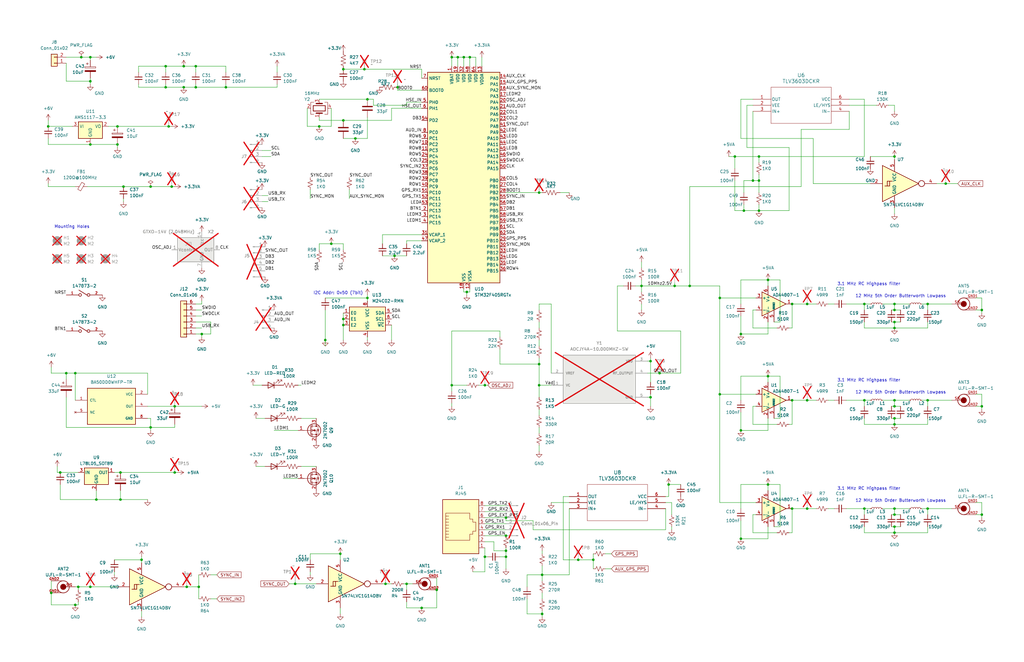
<source format=kicad_sch>
(kicad_sch (version 20230121) (generator eeschema)
  (paper "B")
  (title_block (title "Clock V6") (rev "v6") (company "Cullen Jennings"))
  (junction (at 144.78 134.62))
  (junction (at 274.32 152.4))
  (junction (at 213.36 232.41))
  (junction (at 77.47 27.94))
  (junction (at 377.19 222.25))
  (junction (at 303.53 125.73))
  (junction (at 144.78 137.16))
  (junction (at 38.1 247.65))
  (junction (at 391.16 214.63))
  (junction (at 414.02 130.81))
  (junction (at 49.53 60.96))
  (junction (at 320.04 88.9))
  (junction (at 38.1 34.29))
  (junction (at 377.19 138.43))
  (junction (at 323.85 204.47))
  (junction (at 213.36 218.44))
  (junction (at 193.04 24.13))
  (junction (at 154.94 41.91))
  (junction (at 334.01 168.91))
  (junction (at 204.47 162.56))
  (junction (at 167.64 36.83))
  (junction (at 309.88 66.04))
  (junction (at 72.39 78.74))
  (junction (at 124.46 246.38))
  (junction (at 144.78 50.8))
  (junction (at 213.36 234.95))
  (junction (at 27.94 157.48))
  (junction (at 73.66 199.39))
  (junction (at 149.86 58.42))
  (junction (at 139.7 102.87))
  (junction (at 377.19 168.91))
  (junction (at 144.78 29.21))
  (junction (at 303.53 166.37))
  (junction (at 153.67 29.21))
  (junction (at 213.36 226.06))
  (junction (at 69.85 36.83))
  (junction (at 21.59 250.19))
  (junction (at 227.33 81.28))
  (junction (at 312.42 140.97))
  (junction (at 63.5 78.74))
  (junction (at 274.32 167.64))
  (junction (at 134.62 53.34))
  (junction (at 77.47 36.83))
  (junction (at 137.16 143.51))
  (junction (at 364.49 128.27))
  (junction (at 377.19 135.89))
  (junction (at 69.85 27.94))
  (junction (at 250.19 236.22))
  (junction (at 71.12 53.34))
  (junction (at 312.42 181.61))
  (junction (at 50.8 210.82))
  (junction (at 377.19 179.07))
  (junction (at 227.33 162.56))
  (junction (at 377.19 128.27))
  (junction (at 204.47 234.95))
  (junction (at 59.69 236.22))
  (junction (at 228.6 242.57))
  (junction (at 377.19 224.79))
  (junction (at 40.64 210.82))
  (junction (at 364.49 168.91))
  (junction (at 377.19 171.45))
  (junction (at 377.19 66.04))
  (junction (at 334.01 214.63))
  (junction (at 82.55 27.94))
  (junction (at 82.55 36.83))
  (junction (at 414.02 171.45))
  (junction (at 281.94 204.47))
  (junction (at 227.33 153.67))
  (junction (at 414.02 217.17))
  (junction (at 243.84 236.22))
  (junction (at 190.5 162.56))
  (junction (at 143.51 233.68))
  (junction (at 377.19 217.17))
  (junction (at 162.56 246.38))
  (junction (at 364.49 214.63))
  (junction (at 20.32 53.34))
  (junction (at 25.4 199.39))
  (junction (at 73.66 171.45))
  (junction (at 312.42 227.33))
  (junction (at 95.25 36.83))
  (junction (at 377.19 214.63))
  (junction (at 49.53 53.34))
  (junction (at 63.5 180.34))
  (junction (at 83.82 247.65))
  (junction (at 323.85 118.11))
  (junction (at 195.58 24.13))
  (junction (at 340.36 214.63))
  (junction (at 31.75 157.48))
  (junction (at 391.16 168.91))
  (junction (at 340.36 128.27))
  (junction (at 278.13 157.48))
  (junction (at 38.1 24.13))
  (junction (at 377.19 176.53))
  (junction (at 377.19 130.81))
  (junction (at 34.29 24.13))
  (junction (at 50.8 199.39))
  (junction (at 313.69 88.9))
  (junction (at 320.04 76.2))
  (junction (at 198.12 24.13))
  (junction (at 52.07 78.74))
  (junction (at 190.5 24.13))
  (junction (at 78.74 247.65))
  (junction (at 228.6 259.08))
  (junction (at 317.5 76.2))
  (junction (at 290.83 120.65))
  (junction (at 270.51 120.65))
  (junction (at 166.37 107.95))
  (junction (at 154.94 125.73))
  (junction (at 323.85 158.75))
  (junction (at 196.85 123.19))
  (junction (at 340.36 168.91))
  (junction (at 177.8 256.54))
  (junction (at 391.16 128.27))
  (junction (at 85.09 140.97))
  (junction (at 38.1 60.96))
  (junction (at 31.75 255.27))
  (junction (at 398.78 77.47))
  (junction (at 320.04 66.04))
  (junction (at 284.48 120.65))
  (junction (at 33.02 247.65))
  (junction (at 334.01 128.27))
  (junction (at 171.45 246.38))
  (junction (at 184.15 248.92))
  (wire (pts (xy 38.1 33.02) (xy 38.1 34.29)))
  (wire (pts (xy 411.48 212.09) (xy 414.02 212.09)))
  (wire (pts (xy 58.42 27.94) (xy 69.85 27.94)))
  (wire (pts (xy 349.25 168.91) (xy 351.79 168.91)))
  (wire (pts (xy 116.84 27.94) (xy 116.84 30.48)))
  (wire (pts (xy 236.22 81.28) (xy 240.03 81.28)))
  (wire (pts (xy 364.49 135.89) (xy 364.49 138.43)))
  (wire (pts (xy 48.26 236.22) (xy 59.69 236.22)))
  (wire (pts (xy 281.94 209.55) (xy 280.67 209.55)))
  (wire (pts (xy 270.51 118.11) (xy 270.51 120.65)))
  (wire (pts (xy 250.19 236.22) (xy 250.19 240.03)))
  (wire (pts (xy 414.02 125.73) (xy 414.02 130.81)))
  (wire (pts (xy 154.94 125.73) (xy 154.94 127)))
  (wire (pts (xy 203.2 24.13) (xy 203.2 27.94)))
  (wire (pts (xy 167.64 38.1) (xy 167.64 36.83)))
  (wire (pts (xy 95.25 27.94) (xy 82.55 27.94)))
  (wire (pts (xy 323.85 140.97) (xy 323.85 135.89)))
  (wire (pts (xy 356.87 214.63) (xy 364.49 214.63)))
  (wire (pts (xy 165.1 45.72) (xy 177.8 45.72)))
  (wire (pts (xy 398.78 77.47) (xy 403.86 77.47)))
  (wire (pts (xy 62.23 171.45) (xy 73.66 171.45)))
  (wire (pts (xy 45.72 53.34) (xy 49.53 53.34)))
  (wire (pts (xy 49.53 60.96) (xy 49.53 62.23)))
  (wire (pts (xy 283.21 222.25) (xy 283.21 223.52)))
  (wire (pts (xy 314.96 62.23) (xy 332.74 62.23)))
  (wire (pts (xy 165.1 137.16) (xy 165.1 143.51)))
  (wire (pts (xy 323.85 118.11) (xy 323.85 120.65)))
  (wire (pts (xy 287.02 139.7) (xy 260.35 139.7)))
  (wire (pts (xy 129.54 53.34) (xy 134.62 53.34)))
  (wire (pts (xy 309.88 76.2) (xy 309.88 88.9)))
  (wire (pts (xy 69.85 27.94) (xy 77.47 27.94)))
  (wire (pts (xy 27.94 34.29) (xy 38.1 34.29)))
  (wire (pts (xy 199.39 241.3) (xy 204.47 241.3)))
  (wire (pts (xy 320.04 66.04) (xy 364.49 66.04)))
  (wire (pts (xy 127 196.85) (xy 133.35 196.85)))
  (wire (pts (xy 153.67 29.21) (xy 177.8 29.21)))
  (wire (pts (xy 213.36 218.44) (xy 213.36 219.71)))
  (wire (pts (xy 414.02 171.45) (xy 414.02 172.72)))
  (wire (pts (xy 204.47 234.95) (xy 204.47 231.14)))
  (wire (pts (xy 375.92 176.53) (xy 377.19 176.53)))
  (wire (pts (xy 228.6 250.19) (xy 228.6 252.73)))
  (wire (pts (xy 379.73 135.89) (xy 377.19 135.89)))
  (wire (pts (xy 332.74 224.79) (xy 334.01 224.79)))
  (wire (pts (xy 312.42 158.75) (xy 323.85 158.75)))
  (wire (pts (xy 411.48 171.45) (xy 414.02 171.45)))
  (wire (pts (xy 88.9 135.89) (xy 88.9 140.97)))
  (wire (pts (xy 82.55 133.35) (xy 85.09 133.35)))
  (wire (pts (xy 49.53 53.34) (xy 71.12 53.34)))
  (wire (pts (xy 227.33 153.67) (xy 227.33 162.56)))
  (wire (pts (xy 280.67 223.52) (xy 224.79 223.52)))
  (wire (pts (xy 95.25 30.48) (xy 95.25 27.94)))
  (wire (pts (xy 124.46 246.38) (xy 133.35 246.38)))
  (wire (pts (xy 107.95 196.85) (xy 111.76 196.85)))
  (wire (pts (xy 313.69 88.9) (xy 320.04 88.9)))
  (wire (pts (xy 143.51 233.68) (xy 143.51 236.22)))
  (wire (pts (xy 270.51 128.27) (xy 270.51 130.81)))
  (wire (pts (xy 210.82 153.67) (xy 227.33 153.67)))
  (wire (pts (xy 309.88 66.04) (xy 320.04 66.04)))
  (wire (pts (xy 340.36 128.27) (xy 344.17 128.27)))
  (wire (pts (xy 274.32 151.13) (xy 274.32 152.4)))
  (wire (pts (xy 110.49 85.09) (xy 113.03 85.09)))
  (wire (pts (xy 82.55 138.43) (xy 85.09 138.43)))
  (wire (pts (xy 377.19 135.89) (xy 377.19 138.43)))
  (wire (pts (xy 414.02 130.81) (xy 414.02 132.08)))
  (wire (pts (xy 334.01 179.07) (xy 334.01 168.91)))
  (wire (pts (xy 303.53 125.73) (xy 318.77 125.73)))
  (wire (pts (xy 85.09 140.97) (xy 85.09 142.24)))
  (wire (pts (xy 312.42 128.27) (xy 312.42 118.11)))
  (wire (pts (xy 274.32 166.37) (xy 274.32 167.64)))
  (wire (pts (xy 171.45 254) (xy 171.45 256.54)))
  (wire (pts (xy 284.48 120.65) (xy 290.83 120.65)))
  (wire (pts (xy 88.9 242.57) (xy 91.44 242.57)))
  (wire (pts (xy 184.15 248.92) (xy 184.15 256.54)))
  (wire (pts (xy 27.94 167.64) (xy 27.94 180.34)))
  (wire (pts (xy 213.36 219.71) (xy 224.79 219.71)))
  (wire (pts (xy 213.36 232.41) (xy 213.36 234.95)))
  (wire (pts (xy 213.36 231.14) (xy 213.36 232.41)))
  (wire (pts (xy 313.69 86.36) (xy 313.69 88.9)))
  (wire (pts (xy 367.03 168.91) (xy 364.49 168.91)))
  (wire (pts (xy 137.16 125.73) (xy 154.94 125.73)))
  (wire (pts (xy 134.62 41.91) (xy 154.94 41.91)))
  (wire (pts (xy 153.67 29.21) (xy 144.78 29.21)))
  (wire (pts (xy 267.97 120.65) (xy 270.51 120.65)))
  (wire (pts (xy 190.5 162.56) (xy 190.5 165.1)))
  (wire (pts (xy 171.45 44.45) (xy 171.45 43.18)))
  (wire (pts (xy 165.1 45.72) (xy 165.1 50.8)))
  (wire (pts (xy 240.03 214.63) (xy 240.03 242.57)))
  (wire (pts (xy 50.8 199.39) (xy 73.66 199.39)))
  (wire (pts (xy 27.94 26.67) (xy 27.94 34.29)))
  (wire (pts (xy 58.42 36.83) (xy 69.85 36.83)))
  (wire (pts (xy 374.65 44.45) (xy 377.19 44.45)))
  (wire (pts (xy 391.16 168.91) (xy 391.16 171.45)))
  (wire (pts (xy 161.29 246.38) (xy 162.56 246.38)))
  (wire (pts (xy 147.32 80.01) (xy 147.32 83.82)))
  (wire (pts (xy 177.8 101.6) (xy 171.45 101.6)))
  (wire (pts (xy 165.1 50.8) (xy 144.78 50.8)))
  (wire (pts (xy 273.05 167.64) (xy 274.32 167.64)))
  (wire (pts (xy 375.92 171.45) (xy 377.19 171.45)))
  (wire (pts (xy 25.4 199.39) (xy 24.13 199.39)))
  (wire (pts (xy 391.16 176.53) (xy 391.16 179.07)))
  (wire (pts (xy 161.29 99.06) (xy 177.8 99.06)))
  (wire (pts (xy 228.6 259.08) (xy 228.6 260.35)))
  (wire (pts (xy 52.07 83.82) (xy 52.07 85.09)))
  (wire (pts (xy 312.42 140.97) (xy 323.85 140.97)))
  (wire (pts (xy 332.74 62.23) (xy 332.74 88.9)))
  (wire (pts (xy 309.88 88.9) (xy 313.69 88.9)))
  (wire (pts (xy 326.39 222.25) (xy 328.93 222.25)))
  (wire (pts (xy 121.92 246.38) (xy 124.46 246.38)))
  (wire (pts (xy 228.6 232.41) (xy 228.6 233.68)))
  (wire (pts (xy 227.33 172.72) (xy 227.33 175.26)))
  (wire (pts (xy 196.85 124.46) (xy 196.85 123.19)))
  (wire (pts (xy 63.5 181.61) (xy 63.5 180.34)))
  (wire (pts (xy 154.94 49.53) (xy 154.94 58.42)))
  (wire (pts (xy 317.5 171.45) (xy 318.77 171.45)))
  (wire (pts (xy 317.5 46.99) (xy 317.5 76.2)))
  (wire (pts (xy 198.12 24.13) (xy 200.66 24.13)))
  (wire (pts (xy 36.83 78.74) (xy 52.07 78.74)))
  (wire (pts (xy 250.19 233.68) (xy 250.19 236.22)))
  (wire (pts (xy 364.49 168.91) (xy 364.49 171.45)))
  (wire (pts (xy 270.51 120.65) (xy 284.48 120.65)))
  (wire (pts (xy 129.54 45.72) (xy 129.54 53.34)))
  (wire (pts (xy 327.66 138.43) (xy 317.5 138.43)))
  (wire (pts (xy 318.77 166.37) (xy 303.53 166.37)))
  (wire (pts (xy 198.12 121.92) (xy 198.12 123.19)))
  (wire (pts (xy 27.94 157.48) (xy 31.75 157.48)))
  (wire (pts (xy 88.9 252.73) (xy 91.44 252.73)))
  (wire (pts (xy 204.47 162.56) (xy 205.74 162.56)))
  (wire (pts (xy 162.56 246.38) (xy 165.1 246.38)))
  (wire (pts (xy 82.55 128.27) (xy 85.09 128.27)))
  (wire (pts (xy 85.09 128.27) (xy 85.09 127)))
  (wire (pts (xy 377.19 222.25) (xy 377.19 224.79)))
  (wire (pts (xy 313.69 76.2) (xy 317.5 76.2)))
  (wire (pts (xy 130.81 233.68) (xy 143.51 233.68)))
  (wire (pts (xy 222.25 247.65) (xy 222.25 242.57)))
  (wire (pts (xy 312.42 173.99) (xy 312.42 181.61)))
  (wire (pts (xy 21.59 154.94) (xy 21.59 157.48)))
  (wire (pts (xy 204.47 215.9) (xy 213.36 215.9)))
  (wire (pts (xy 83.82 247.65) (xy 78.74 247.65)))
  (wire (pts (xy 210.82 147.32) (xy 210.82 153.67)))
  (wire (pts (xy 201.93 162.56) (xy 204.47 162.56)))
  (wire (pts (xy 323.85 181.61) (xy 323.85 176.53)))
  (wire (pts (xy 364.49 224.79) (xy 377.19 224.79)))
  (wire (pts (xy 27.94 180.34) (xy 63.5 180.34)))
  (wire (pts (xy 337.82 78.74) (xy 337.82 54.61)))
  (wire (pts (xy 317.5 179.07) (xy 317.5 171.45)))
  (wire (pts (xy 411.48 125.73) (xy 414.02 125.73)))
  (wire (pts (xy 171.45 101.6) (xy 171.45 102.87)))
  (wire (pts (xy 210.82 234.95) (xy 213.36 234.95)))
  (wire (pts (xy 144.78 137.16) (xy 144.78 143.51)))
  (wire (pts (xy 204.47 220.98) (xy 213.36 220.98)))
  (wire (pts (xy 33.02 247.65) (xy 33.02 248.92)))
  (wire (pts (xy 411.48 166.37) (xy 414.02 166.37)))
  (wire (pts (xy 115.57 181.61) (xy 125.73 181.61)))
  (wire (pts (xy 312.42 181.61) (xy 323.85 181.61)))
  (wire (pts (xy 208.28 228.6) (xy 208.28 232.41)))
  (wire (pts (xy 154.94 41.91) (xy 157.48 41.91)))
  (wire (pts (xy 391.16 138.43) (xy 377.19 138.43)))
  (wire (pts (xy 134.62 50.8) (xy 144.78 50.8)))
  (wire (pts (xy 312.42 118.11) (xy 323.85 118.11)))
  (wire (pts (xy 334.01 224.79) (xy 334.01 214.63)))
  (wire (pts (xy 377.19 128.27) (xy 377.19 130.81)))
  (wire (pts (xy 222.25 252.73) (xy 222.25 259.08)))
  (wire (pts (xy 274.32 152.4) (xy 274.32 161.29)))
  (wire (pts (xy 184.15 256.54) (xy 177.8 256.54)))
  (wire (pts (xy 260.35 139.7) (xy 260.35 120.65)))
  (wire (pts (xy 134.62 102.87) (xy 139.7 102.87)))
  (wire (pts (xy 177.8 33.02) (xy 177.8 29.21)))
  (wire (pts (xy 317.5 224.79) (xy 317.5 217.17)))
  (wire (pts (xy 320.04 76.2) (xy 320.04 81.28)))
  (wire (pts (xy 48.26 199.39) (xy 50.8 199.39)))
  (wire (pts (xy 377.19 44.45) (xy 377.19 46.99)))
  (wire (pts (xy 391.16 224.79) (xy 377.19 224.79)))
  (wire (pts (xy 52.07 78.74) (xy 63.5 78.74)))
  (wire (pts (xy 110.49 66.04) (xy 114.3 66.04)))
  (wire (pts (xy 222.25 259.08) (xy 228.6 259.08)))
  (wire (pts (xy 328.93 222.25) (xy 328.93 204.47)))
  (wire (pts (xy 391.16 222.25) (xy 391.16 224.79)))
  (wire (pts (xy 20.32 53.34) (xy 30.48 53.34)))
  (wire (pts (xy 130.81 241.3) (xy 130.81 242.57)))
  (wire (pts (xy 227.33 81.28) (xy 228.6 81.28)))
  (wire (pts (xy 190.5 24.13) (xy 193.04 24.13)))
  (wire (pts (xy 349.25 214.63) (xy 351.79 214.63)))
  (wire (pts (xy 372.11 168.91) (xy 377.19 168.91)))
  (wire (pts (xy 224.79 223.52) (xy 224.79 219.71)))
  (wire (pts (xy 130.81 236.22) (xy 130.81 233.68)))
  (wire (pts (xy 69.85 35.56) (xy 69.85 36.83)))
  (wire (pts (xy 379.73 176.53) (xy 377.19 176.53)))
  (wire (pts (xy 377.19 168.91) (xy 377.19 171.45)))
  (wire (pts (xy 198.12 123.19) (xy 196.85 123.19)))
  (wire (pts (xy 317.5 138.43) (xy 317.5 130.81)))
  (wire (pts (xy 312.42 214.63) (xy 312.42 204.47)))
  (wire (pts (xy 196.85 123.19) (xy 195.58 123.19)))
  (wire (pts (xy 73.66 180.34) (xy 73.66 179.07)))
  (wire (pts (xy 367.03 128.27) (xy 364.49 128.27)))
  (wire (pts (xy 227.33 162.56) (xy 232.41 162.56)))
  (wire (pts (xy 33.02 255.27) (xy 31.75 255.27)))
  (wire (pts (xy 414.02 166.37) (xy 414.02 171.45)))
  (wire (pts (xy 391.16 135.89) (xy 391.16 138.43)))
  (wire (pts (xy 88.9 140.97) (xy 85.09 140.97)))
  (wire (pts (xy 327.66 179.07) (xy 317.5 179.07)))
  (wire (pts (xy 137.16 143.51) (xy 137.16 130.81)))
  (wire (pts (xy 232.41 212.09) (xy 240.03 212.09)))
  (wire (pts (xy 391.16 128.27) (xy 391.16 130.81)))
  (wire (pts (xy 25.4 210.82) (xy 40.64 210.82)))
  (wire (pts (xy 377.19 66.04) (xy 377.19 67.31)))
  (wire (pts (xy 21.59 157.48) (xy 27.94 157.48)))
  (wire (pts (xy 287.02 139.7) (xy 287.02 157.48)))
  (wire (pts (xy 71.12 53.34) (xy 72.39 53.34)))
  (wire (pts (xy 326.39 135.89) (xy 328.93 135.89)))
  (wire (pts (xy 34.29 24.13) (xy 38.1 24.13)))
  (wire (pts (xy 213.36 234.95) (xy 213.36 240.03)))
  (wire (pts (xy 372.11 214.63) (xy 377.19 214.63)))
  (wire (pts (xy 358.14 44.45) (xy 369.57 44.45)))
  (wire (pts (xy 232.41 157.48) (xy 232.41 128.27)))
  (wire (pts (xy 69.85 36.83) (xy 77.47 36.83)))
  (wire (pts (xy 318.77 212.09) (xy 303.53 212.09)))
  (wire (pts (xy 317.5 217.17) (xy 318.77 217.17)))
  (wire (pts (xy 59.69 257.81) (xy 59.69 260.35)))
  (wire (pts (xy 317.5 130.81) (xy 318.77 130.81)))
  (wire (pts (xy 328.93 135.89) (xy 328.93 118.11)))
  (wire (pts (xy 190.5 139.7) (xy 190.5 162.56)))
  (wire (pts (xy 340.36 168.91) (xy 344.17 168.91)))
  (wire (pts (xy 167.64 35.56) (xy 167.64 36.83)))
  (wire (pts (xy 134.62 53.34) (xy 139.7 53.34)))
  (wire (pts (xy 204.47 213.36) (xy 213.36 213.36)))
  (wire (pts (xy 280.67 214.63) (xy 280.67 223.52)))
  (wire (pts (xy 377.19 87.63) (xy 377.19 90.17)))
  (wire (pts (xy 38.1 24.13) (xy 38.1 25.4)))
  (wire (pts (xy 312.42 219.71) (xy 312.42 227.33)))
  (wire (pts (xy 250.19 236.22) (xy 243.84 236.22)))
  (wire (pts (xy 320.04 66.04) (xy 320.04 68.58)))
  (wire (pts (xy 303.53 120.65) (xy 303.53 125.73)))
  (wire (pts (xy 154.94 124.46) (xy 154.94 125.73)))
  (wire (pts (xy 134.62 105.41) (xy 134.62 102.87)))
  (wire (pts (xy 106.68 162.56) (xy 110.49 162.56)))
  (wire (pts (xy 364.49 138.43) (xy 377.19 138.43)))
  (wire (pts (xy 274.32 167.64) (xy 274.32 171.45)))
  (wire (pts (xy 270.51 110.49) (xy 270.51 113.03)))
  (wire (pts (xy 364.49 176.53) (xy 364.49 179.07)))
  (wire (pts (xy 323.85 204.47) (xy 323.85 207.01)))
  (wire (pts (xy 334.01 168.91) (xy 340.36 168.91)))
  (wire (pts (xy 82.55 27.94) (xy 82.55 30.48)))
  (wire (pts (xy 190.5 162.56) (xy 196.85 162.56)))
  (wire (pts (xy 77.47 247.65) (xy 78.74 247.65)))
  (wire (pts (xy 95.25 35.56) (xy 95.25 36.83)))
  (wire (pts (xy 312.42 227.33) (xy 323.85 227.33)))
  (wire (pts (xy 59.69 234.95) (xy 59.69 236.22)))
  (wire (pts (xy 63.5 176.53) (xy 63.5 180.34)))
  (wire (pts (xy 210.82 139.7) (xy 210.82 142.24)))
  (wire (pts (xy 388.62 214.63) (xy 391.16 214.63)))
  (wire (pts (xy 73.66 171.45) (xy 85.09 171.45)))
  (wire (pts (xy 281.94 204.47) (xy 287.02 204.47)))
  (wire (pts (xy 40.64 207.01) (xy 40.64 210.82)))
  (wire (pts (xy 20.32 78.74) (xy 31.75 78.74)))
  (wire (pts (xy 31.75 168.91) (xy 31.75 157.48)))
  (wire (pts (xy 337.82 54.61) (xy 358.14 54.61)))
  (wire (pts (xy 25.4 199.39) (xy 33.02 199.39)))
  (wire (pts (xy 349.25 128.27) (xy 351.79 128.27)))
  (wire (pts (xy 110.49 82.55) (xy 113.03 82.55)))
  (wire (pts (xy 391.16 214.63) (xy 401.32 214.63)))
  (wire (pts (xy 391.16 128.27) (xy 401.32 128.27)))
  (wire (pts (xy 59.69 236.22) (xy 59.69 237.49)))
  (wire (pts (xy 317.5 44.45) (xy 314.96 44.45)))
  (wire (pts (xy 82.55 130.81) (xy 85.09 130.81)))
  (wire (pts (xy 356.87 128.27) (xy 364.49 128.27)))
  (wire (pts (xy 204.47 228.6) (xy 208.28 228.6)))
  (wire (pts (xy 312.42 58.42) (xy 342.9 58.42)))
  (wire (pts (xy 228.6 257.81) (xy 228.6 259.08)))
  (wire (pts (xy 107.95 176.53) (xy 111.76 176.53)))
  (wire (pts (xy 391.16 179.07) (xy 377.19 179.07)))
  (wire (pts (xy 83.82 247.65) (xy 83.82 252.73)))
  (wire (pts (xy 20.32 50.8) (xy 20.32 53.34)))
  (wire (pts (xy 195.58 123.19) (xy 195.58 121.92)))
  (wire (pts (xy 116.84 35.56) (xy 116.84 36.83)))
  (wire (pts (xy 332.74 138.43) (xy 334.01 138.43)))
  (wire (pts (xy 27.94 160.02) (xy 27.94 157.48)))
  (wire (pts (xy 273.05 157.48) (xy 278.13 157.48)))
  (wire (pts (xy 38.1 247.65) (xy 49.53 247.65)))
  (wire (pts (xy 391.16 214.63) (xy 391.16 217.17)))
  (wire (pts (xy 21.59 245.11) (xy 21.59 250.19)))
  (wire (pts (xy 69.85 27.94) (xy 69.85 30.48)))
  (wire (pts (xy 326.39 176.53) (xy 328.93 176.53)))
  (wire (pts (xy 63.5 176.53) (xy 62.23 176.53)))
  (wire (pts (xy 144.78 102.87) (xy 139.7 102.87)))
  (wire (pts (xy 391.16 168.91) (xy 401.32 168.91)))
  (wire (pts (xy 273.05 152.4) (xy 274.32 152.4)))
  (wire (pts (xy 377.19 176.53) (xy 377.19 179.07)))
  (wire (pts (xy 25.4 204.47) (xy 25.4 210.82)))
  (wire (pts (xy 50.8 207.01) (xy 50.8 210.82)))
  (wire (pts (xy 31.75 255.27) (xy 21.59 255.27)))
  (wire (pts (xy 63.5 78.74) (xy 72.39 78.74)))
  (wire (pts (xy 334.01 214.63) (xy 340.36 214.63)))
  (wire (pts (xy 232.41 128.27) (xy 227.33 128.27)))
  (wire (pts (xy 364.49 41.91) (xy 364.49 66.04)))
  (wire (pts (xy 379.73 222.25) (xy 377.19 222.25)))
  (wire (pts (xy 50.8 210.82) (xy 40.64 210.82)))
  (wire (pts (xy 124.46 245.11) (xy 124.46 246.38)))
  (wire (pts (xy 280.67 212.09) (xy 283.21 212.09)))
  (wire (pts (xy 125.73 162.56) (xy 127 162.56)))
  (wire (pts (xy 144.78 134.62) (xy 144.78 137.16)))
  (wire (pts (xy 20.32 58.42) (xy 20.32 60.96)))
  (wire (pts (xy 82.55 135.89) (xy 88.9 135.89)))
  (wire (pts (xy 278.13 157.48) (xy 287.02 157.48)))
  (wire (pts (xy 377.19 214.63) (xy 383.54 214.63)))
  (wire (pts (xy 228.6 242.57) (xy 228.6 245.11)))
  (wire (pts (xy 143.51 256.54) (xy 143.51 259.08)))
  (wire (pts (xy 38.1 34.29) (xy 38.1 35.56)))
  (wire (pts (xy 372.11 128.27) (xy 377.19 128.27)))
  (wire (pts (xy 394.97 77.47) (xy 398.78 77.47)))
  (wire (pts (xy 193.04 24.13) (xy 193.04 27.94)))
  (wire (pts (xy 320.04 86.36) (xy 320.04 88.9)))
  (wire (pts (xy 171.45 43.18) (xy 177.8 43.18)))
  (wire (pts (xy 171.45 246.38) (xy 173.99 246.38)))
  (wire (pts (xy 364.49 214.63) (xy 364.49 217.17)))
  (wire (pts (xy 33.02 247.65) (xy 38.1 247.65)))
  (wire (pts (xy 204.47 226.06) (xy 213.36 226.06)))
  (wire (pts (xy 367.03 66.04) (xy 377.19 66.04)))
  (wire (pts (xy 388.62 168.91) (xy 391.16 168.91)))
  (wire (pts (xy 334.01 138.43) (xy 334.01 128.27)))
  (wire (pts (xy 332.74 179.07) (xy 334.01 179.07)))
  (wire (pts (xy 342.9 58.42) (xy 342.9 77.47)))
  (wire (pts (xy 388.62 128.27) (xy 391.16 128.27)))
  (wire (pts (xy 367.03 214.63) (xy 364.49 214.63)))
  (wire (pts (xy 411.48 217.17) (xy 414.02 217.17)))
  (wire (pts (xy 312.42 168.91) (xy 312.42 158.75)))
  (wire (pts (xy 314.96 44.45) (xy 314.96 62.23)))
  (wire (pts (xy 137.16 146.05) (xy 137.16 143.51)))
  (wire (pts (xy 171.45 246.38) (xy 171.45 248.92)))
  (wire (pts (xy 227.33 135.89) (xy 227.33 138.43)))
  (wire (pts (xy 154.94 142.24) (xy 154.94 143.51)))
  (wire (pts (xy 364.49 222.25) (xy 364.49 224.79)))
  (wire (pts (xy 38.1 60.96) (xy 49.53 60.96)))
  (wire (pts (xy 227.33 162.56) (xy 227.33 167.64)))
  (wire (pts (xy 313.69 81.28) (xy 313.69 76.2)))
  (wire (pts (xy 356.87 168.91) (xy 364.49 168.91)))
  (wire (pts (xy 204.47 241.3) (xy 204.47 234.95)))
  (wire (pts (xy 161.29 107.95) (xy 166.37 107.95)))
  (wire (pts (xy 144.78 58.42) (xy 149.86 58.42)))
  (wire (pts (xy 227.33 128.27) (xy 227.33 130.81)))
  (wire (pts (xy 48.26 241.3) (xy 48.26 242.57)))
  (wire (pts (xy 237.49 236.22) (xy 243.84 236.22)))
  (wire (pts (xy 328.93 118.11) (xy 323.85 118.11)))
  (wire (pts (xy 213.36 232.41) (xy 208.28 232.41)))
  (wire (pts (xy 134.62 49.53) (xy 134.62 50.8)))
  (wire (pts (xy 323.85 227.33) (xy 323.85 222.25)))
  (wire (pts (xy 328.93 176.53) (xy 328.93 158.75)))
  (wire (pts (xy 281.94 204.47) (xy 281.94 209.55)))
  (wire (pts (xy 240.03 209.55) (xy 237.49 209.55)))
  (wire (pts (xy 198.12 24.13) (xy 198.12 27.94)))
  (wire (pts (xy 270.51 120.65) (xy 270.51 123.19)))
  (wire (pts (xy 309.88 66.04) (xy 307.34 66.04)))
  (wire (pts (xy 283.21 212.09) (xy 283.21 217.17)))
  (wire (pts (xy 157.48 41.91) (xy 157.48 44.45)))
  (wire (pts (xy 83.82 242.57) (xy 83.82 247.65)))
  (wire (pts (xy 177.8 38.1) (xy 167.64 38.1)))
  (wire (pts (xy 31.75 247.65) (xy 33.02 247.65)))
  (wire (pts (xy 312.42 133.35) (xy 312.42 140.97)))
  (wire (pts (xy 110.49 63.5) (xy 114.3 63.5)))
  (wire (pts (xy 24.13 196.85) (xy 24.13 199.39)))
  (wire (pts (xy 290.83 78.74) (xy 337.82 78.74)))
  (wire (pts (xy 73.66 199.39) (xy 74.93 199.39)))
  (wire (pts (xy 377.19 217.17) (xy 379.73 217.17)))
  (wire (pts (xy 213.36 81.28) (xy 227.33 81.28)))
  (wire (pts (xy 190.5 139.7) (xy 210.82 139.7)))
  (wire (pts (xy 414.02 212.09) (xy 414.02 217.17)))
  (wire (pts (xy 364.49 179.07) (xy 377.19 179.07)))
  (wire (pts (xy 342.9 77.47) (xy 367.03 77.47)))
  (wire (pts (xy 227.33 180.34) (xy 227.33 182.88)))
  (wire (pts (xy 130.81 80.01) (xy 130.81 83.82)))
  (wire (pts (xy 166.37 107.95) (xy 171.45 107.95)))
  (wire (pts (xy 237.49 209.55) (xy 237.49 236.22)))
  (wire (pts (xy 375.92 222.25) (xy 377.19 222.25)))
  (wire (pts (xy 77.47 36.83) (xy 82.55 36.83)))
  (wire (pts (xy 375.92 135.89) (xy 377.19 135.89)))
  (wire (pts (xy 364.49 41.91) (xy 358.14 41.91)))
  (wire (pts (xy 260.35 120.65) (xy 262.89 120.65)))
  (wire (pts (xy 414.02 217.17) (xy 414.02 218.44)))
  (wire (pts (xy 377.19 130.81) (xy 379.73 130.81)))
  (wire (pts (xy 27.94 24.13) (xy 34.29 24.13)))
  (wire (pts (xy 334.01 128.27) (xy 340.36 128.27)))
  (wire (pts (xy 177.8 256.54) (xy 171.45 256.54)))
  (wire (pts (xy 63.5 180.34) (xy 73.66 180.34)))
  (wire (pts (xy 119.38 201.93) (xy 125.73 201.93)))
  (wire (pts (xy 31.75 157.48) (xy 62.23 157.48)))
  (wire (pts (xy 312.42 204.47) (xy 323.85 204.47)))
  (wire (pts (xy 364.49 128.27) (xy 364.49 130.81)))
  (wire (pts (xy 240.03 242.57) (xy 228.6 242.57)))
  (wire (pts (xy 303.53 166.37) (xy 303.53 125.73)))
  (wire (pts (xy 82.55 27.94) (xy 77.47 27.94)))
  (wire (pts (xy 72.39 78.74) (xy 73.66 78.74)))
  (wire (pts (xy 40.64 24.13) (xy 38.1 24.13)))
  (wire (pts (xy 190.5 24.13) (xy 190.5 27.94)))
  (wire (pts (xy 222.25 242.57) (xy 228.6 242.57)))
  (wire (pts (xy 227.33 143.51) (xy 227.33 146.05)))
  (wire (pts (xy 290.83 78.74) (xy 290.83 120.65)))
  (wire (pts (xy 327.66 224.79) (xy 317.5 224.79)))
  (wire (pts (xy 411.48 130.81) (xy 414.02 130.81)))
  (wire (pts (xy 193.04 24.13) (xy 195.58 24.13)))
  (wire (pts (xy 228.6 238.76) (xy 228.6 242.57)))
  (wire (pts (xy 33.02 254) (xy 33.02 255.27)))
  (wire (pts (xy 255.27 233.68) (xy 257.81 233.68)))
  (wire (pts (xy 375.92 217.17) (xy 377.19 217.17)))
  (wire (pts (xy 303.53 212.09) (xy 303.53 166.37)))
  (wire (pts (xy 320.04 88.9) (xy 332.74 88.9)))
  (wire (pts (xy 377.19 214.63) (xy 377.19 217.17)))
  (wire (pts (xy 21.59 255.27) (xy 21.59 250.19)))
  (wire (pts (xy 323.85 158.75) (xy 323.85 161.29)))
  (wire (pts (xy 358.14 54.61) (xy 358.14 46.99)))
  (wire (pts (xy 144.78 105.41) (xy 144.78 102.87)))
  (wire (pts (xy 227.33 187.96) (xy 227.33 190.5)))
  (wire (pts (xy 377.19 128.27) (xy 383.54 128.27)))
  (wire (pts (xy 377.19 171.45) (xy 379.73 171.45)))
  (wire (pts (xy 139.7 45.72) (xy 139.7 53.34)))
  (wire (pts (xy 317.5 41.91) (xy 312.42 41.91)))
  (wire (pts (xy 184.15 243.84) (xy 184.15 248.92)))
  (wire (pts (xy 62.23 157.48) (xy 62.23 166.37)))
  (wire (pts (xy 204.47 218.44) (xy 213.36 218.44)))
  (wire (pts (xy 58.42 30.48) (xy 58.42 27.94)))
  (wire (pts (xy 255.27 240.03) (xy 257.81 240.03)))
  (wire (pts (xy 340.36 214.63) (xy 344.17 214.63)))
  (wire (pts (xy 377.19 168.91) (xy 383.54 168.91)))
  (wire (pts (xy 144.78 132.08) (xy 144.78 134.62)))
  (wire (pts (xy 204.47 234.95) (xy 205.74 234.95)))
  (wire (pts (xy 204.47 223.52) (xy 213.36 223.52)))
  (wire (pts (xy 190.5 170.18) (xy 190.5 171.45)))
  (wire (pts (xy 309.88 71.12) (xy 309.88 66.04)))
  (wire (pts (xy 170.18 246.38) (xy 171.45 246.38)))
  (wire (pts (xy 157.48 44.45) (xy 171.45 44.45)))
  (wire (pts (xy 375.92 130.81) (xy 377.19 130.81)))
  (wire (pts (xy 284.48 119.38) (xy 284.48 120.65)))
  (wire (pts (xy 328.93 204.47) (xy 323.85 204.47)))
  (wire (pts (xy 328.93 158.75) (xy 323.85 158.75)))
  (wire (pts (xy 317.5 76.2) (xy 320.04 76.2)))
  (wire (pts (xy 58.42 35.56) (xy 58.42 36.83)))
  (wire (pts (xy 195.58 24.13) (xy 195.58 27.94)))
  (wire (pts (xy 20.32 77.47) (xy 20.32 78.74)))
  (wire (pts (xy 290.83 120.65) (xy 303.53 120.65)))
  (wire (pts (xy 320.04 73.66) (xy 320.04 76.2)))
  (wire (pts (xy 127 176.53) (xy 133.35 176.53)))
  (wire (pts (xy 161.29 102.87) (xy 161.29 99.06)))
  (wire (pts (xy 62.23 210.82) (xy 50.8 210.82)))
  (wire (pts (xy 227.33 151.13) (xy 227.33 153.67)))
  (wire (pts (xy 20.32 60.96) (xy 38.1 60.96)))
  (wire (pts (xy 195.58 24.13) (xy 198.12 24.13)))
  (wire (pts (xy 82.55 35.56) (xy 82.55 36.83)))
  (wire (pts (xy 200.66 27.94) (xy 200.66 24.13)))
  (wire (pts (xy 82.55 36.83) (xy 95.25 36.83)))
  (wire (pts (xy 82.55 140.97) (xy 85.09 140.97)))
  (wire (pts (xy 154.94 58.42) (xy 149.86 58.42)))
  (wire (pts (xy 95.25 36.83) (xy 116.84 36.83)))
  (wire (pts (xy 312.42 41.91) (xy 312.42 58.42)))
  (text "3.1 MHz RC Highpass filter" (at 353.06 161.29 0) (effects (font (size 1.27 1.27)) (justify left bottom)))
  (text "3.1 MHz RC Highpass filter" (at 353.06 120.65 0) (effects (font (size 1.27 1.27)) (justify left bottom)))
  (text "12 MHz 5th Order Butterworth Lowpass" (at 360.68 212.09 0) (effects (font (size 1.27 1.27)) (justify left bottom)))
  (text "12 MHz 5th Order Butterworth Lowpass" (at 360.68 166.37 0) (effects (font (size 1.27 1.27)) (justify left bottom)))
  (text "12 MHz 5th Order Butterworth Lowpass" (at 360.68 125.73 0) (effects (font (size 1.27 1.27)) (justify left bottom)))
  (text "3.1 MHz RC Highpass filter" (at 353.06 207.01 0) (effects (font (size 1.27 1.27)) (justify left bottom)))
  (text "I2C Addr: 0x50 (7bit)" (at 132.08 124.46 0) (effects (font (size 1.27 1.27)) (justify left bottom)))
  (text "Mounting Holes" (at 22.86 96.52 0) (effects (font (size 1.27 1.27)) (justify left bottom)))
  (label "AUX_GPS_PPS" (at 213.36 35.56 0))
  (label "SYNC_IN" (at 213.36 83.82 0))
  (label "LEDG" (at 213.36 109.22 0))
  (label "DB1" (at 111.76 114.3 0))
  (label "AUX_SYNC_MON" (at 213.36 38.1 0))
  (label "CLK" (at 92.71 105.41 0))
  (label "SDA" (at 134.62 110.49 270))
  (label "LEDM3" (at 119.38 201.93 0))
  (label "SDA" (at 213.36 99.06 0))
  (label "GPS_PPS" (at 213.36 101.6 0))
  (label "COL5" (at 213.36 76.2 0))
  (label "DB3" (at 177.8 50.8 180))
  (label "BOOT1" (at 213.36 81.28 0))
  (label "GPS_TX2" (at 205.74 213.36 0))
  (label "SYNC_IN2" (at 177.8 71.12 180))
  (label "LEDM1" (at 177.8 93.98 180))
  (label "LEDM2" (at 127 162.56 0))
  (label "GPS_EXT_PPS" (at 205.74 218.44 0))
  (label "SWDIO" (at 85.09 130.81 0))
  (label "GPS_RX1" (at 177.8 81.28 180))
  (label "LEDM3" (at 177.8 91.44 180))
  (label "DB3" (at 111.76 109.22 0))
  (label "ROW6" (at 177.8 58.42 180))
  (label "LEDD" (at 213.36 58.42 0))
  (label "HSE_IN" (at 177.8 43.18 180))
  (label "OCXO_OUT" (at 275.59 157.48 0))
  (label "BTN1" (at 27.94 139.7 180))
  (label "10Mhz2.5V" (at 273.05 120.65 0))
  (label "LEDB" (at 213.36 63.5 0))
  (label "USB_TX" (at 213.36 93.98 0))
  (label "LEDF" (at 213.36 111.76 0))
  (label "AUX_CLK" (at 213.36 33.02 0))
  (label "ROW4" (at 213.36 114.3 0))
  (label "SCL" (at 165.1 134.62 0))
  (label "GPS_TX1" (at 204.47 220.98 0))
  (label "NRST" (at 172.72 29.21 0))
  (label "SDA" (at 165.1 132.08 0))
  (label "SCL" (at 144.78 110.49 270))
  (label "DB2" (at 111.76 111.76 0))
  (label "LEDC" (at 213.36 60.96 0))
  (label "BOOT0" (at 167.64 38.1 0))
  (label "LEDA" (at 177.8 86.36 180))
  (label "SWDCLK" (at 213.36 68.58 0))
  (label "SYNC_OUT" (at 130.81 74.93 0))
  (label "SYNC_MON" (at 213.36 104.14 0))
  (label "ROW3" (at 177.8 73.66 180))
  (label "USB_TX" (at 113.03 85.09 0))
  (label "NRST" (at 27.94 124.46 180))
  (label "ROW8" (at 177.8 63.5 180))
  (label "CLK" (at 213.36 71.12 0))
  (label "SWDIO" (at 213.36 66.04 0))
  (label "LEDM1" (at 115.57 181.61 0))
  (label "ROW1" (at 177.8 78.74 180))
  (label "SCL" (at 114.3 63.5 0))
  (label "GPS_TX1" (at 177.8 83.82 180))
  (label "SYNC_OUT" (at 147.32 74.93 0))
  (label "SYNC_OUT" (at 213.36 53.34 0))
  (label "COL1" (at 213.36 48.26 0))
  (label "LEDM2" (at 213.36 40.64 0))
  (label "Vadj" (at 229.87 162.56 0))
  (label "USB_RX" (at 85.09 138.43 0))
  (label "OSC_ADJ" (at 72.39 105.41 180))
  (label "USB_RX" (at 113.03 82.55 0))
  (label "COL3" (at 177.8 68.58 180))
  (label "BTN1" (at 177.8 88.9 180))
  (label "LEDH" (at 213.36 106.68 0))
  (label "SYNC_MON" (at 130.81 83.82 0))
  (label "AUX_SYNC_MON" (at 147.32 83.82 0))
  (label "DB2" (at 213.36 86.36 0))
  (label "USB_RX" (at 213.36 91.44 0))
  (label "AUD_IN" (at 177.8 55.88 180))
  (label "SCL" (at 213.36 96.52 0))
  (label "LEDE" (at 213.36 55.88 0))
  (label "SWDCLK" (at 85.09 133.35 0))
  (label "SDA" (at 114.3 66.04 0))
  (label "AUD_OUT" (at 115.57 133.35 0))
  (label "GPS_EN" (at 205.74 226.06 0))
  (label "AUD_IN" (at 115.57 135.89 0))
  (label "GPS_RX2" (at 205.74 215.9 0))
  (label "GPS_RX1" (at 204.47 223.52 0))
  (label "HSE_OUT" (at 177.8 45.72 180))
  (label "SYNC_OUT" (at 111.76 106.68 0))
  (label "COL4" (at 213.36 78.74 0))
  (label "ROW2" (at 177.8 76.2 180))
  (label "ROW7" (at 177.8 60.96 180))
  (label "OSC_ADJ" (at 213.36 43.18 0))
  (label "COL2" (at 213.36 50.8 0))
  (label "DB1" (at 213.36 88.9 0))
  (label "AUD_OUT" (at 213.36 45.72 0))
  (label "ROW5" (at 177.8 66.04 180))
  (global_label "OSC_ADJ" (shape input) (at 205.74 162.56 0) (property "Intersheetrefs" "${INTERSHEET_REFS}" (effects hide)))
  (global_label "AUX_CLK" (shape input) (at 403.86 77.47 0) (property "Intersheetrefs" "${INTERSHEET_REFS}" (effects hide)))
  (global_label "AUX_GPS_PPS" (shape input) (at 257.81 240.03 0) (property "Intersheetrefs" "${INTERSHEET_REFS}" (effects hide)))
  (global_label "SYNC_IN2" (shape input) (at 91.44 252.73 0) (property "Intersheetrefs" "${INTERSHEET_REFS}" (effects hide)))
  (global_label "SYNC_IN" (shape input) (at 91.44 242.57 0) (property "Intersheetrefs" "${INTERSHEET_REFS}" (effects hide)))
  (global_label "GPS_PPS" (shape input) (at 257.81 233.68 0) (property "Intersheetrefs" "${INTERSHEET_REFS}" (effects hide)))
  (global_label "SYNC_OUT" (shape input) (at 121.92 246.38 180) (property "Intersheetrefs" "${INTERSHEET_REFS}" (effects hide)))
  (symbol (lib_id "power:+5V") (at 85.09 171.45 270) (unit 1)
    (property "Reference" "#PWR039" (effects hide))
    (property "Value" "+5V" (at 88.9 171.45 90) (effects (justify left)))
  )
  (symbol (lib_id "power:GND") (at 144.78 34.29 0) (unit 1)
    (property "Reference" "#PWR012" (effects hide))
    (property "Value" "GND" (at 140.97 35.56 0))
  )
  (symbol (lib_id "Device:R_US") (at 144.78 25.4 0) (unit 1)
    (property "Reference" "R27" (at 147.32 24.13 0) (effects (justify left)))
    (property "Value" "4K7" (at 147.32 26.67 0) (effects (justify left)))
    (property "Footprint" "Resistor_SMD:R_0603_1608Metric" (effects hide))
    (property "LCSC" "C23162" (effects hide))
  )
  (symbol (lib_id "Device:R_Small_US") (at 227.33 148.59 0) (unit 1)
    (property "Reference" "R12" (at 222.25 146.05 0) (effects (justify left)))
    (property "Value" "1K5" (at 222.25 148.59 0) (effects (justify left)))
    (property "Footprint" "Resistor_SMD:R_0805_2012Metric" (effects hide))
    (property "Datasheet" "https://jlcpcb.com/partdetail/Yageo-AC0805FR0751RL/C144556#:~:text=Datasheet-,Download,-Source" (effects hide))
    (property "LCSC" "C4310" (effects hide))
  )
  (symbol (lib_id "Device:C_Small") (at 130.81 238.76 0) (unit 1)
    (property "Reference" "C11" (at 125.73 234.95 0) (effects (justify left)))
    (property "Value" "100nF" (at 124.46 236.22 0) (effects (justify left)))
    (property "Footprint" "Capacitor_SMD:C_0402_1005Metric" (effects hide))
    (property "Datasheet" "https://www.mouser.ca/datasheet/2/447/UPY_GPHC_X7R_6_3V_to_250V_23-3084653.pdf" (effects hide))
    (property "LCSC" "C307331" (effects hide))
  )
  (symbol (lib_id "power:+3.3V") (at 106.68 162.56 0) (unit 1)
    (property "Reference" "#PWR076" (effects hide))
    (property "Value" "+3.3V" (at 106.68 157.48 0))
  )
  (symbol (lib_id "Device:C_Small") (at 379.73 219.71 0) (unit 1)
    (property "Reference" "C15" (at 382.27 218.44 0) (effects (justify left)))
    (property "Value" "220pF" (at 382.27 220.98 0) (effects (justify left)))
    (property "Footprint" "Capacitor_SMD:C_0603_1608Metric" (effects hide))
    (property "Datasheet" "https://www.mouser.ca/datasheet/2/447/UPY_GPHC_X7R_6_3V_to_250V_23-3084653.pdf" (effects hide))
    (property "LCSC" "C1603" (effects hide))
  )
  (symbol (lib_id "blinky:AOCJY4A-10.000MHZ-SW") (at 252.73 160.02 0) (unit 1) (in_bom no) (dnp yes)
    (property "Reference" "Y1" (at 252.73 144.78 0))
    (property "Value" "AOCJY4A-10.000MHZ-SW" (at 252.73 147.32 0))
    (property "Footprint" "blinky_footprints:XTAL_AOCJY4A-10.000MHZ-SW" (effects hide))
    (property "PARTREV" "07.24.11" (effects hide))
    (property "STANDARD" "IPC_7351B" (effects hide))
    (property "SNAPEDA_PN" "AOCJY4A-10.000MHZ-SW" (effects hide))
    (property "MAXIMUM_PACKAGE_HEIGHT" "13.76 mm" (effects hide))
    (property "MANUFACTURER" "Abracon" (effects hide))
    (property "LCSC" "C1670487" (effects hide))
  )
  (symbol (lib_id "Device:R_Small_US") (at 199.39 162.56 90) (unit 1)
    (property "Reference" "R24" (at 199.39 156.21 90))
    (property "Value" "1K0" (at 199.39 158.75 90))
    (property "Footprint" "Resistor_SMD:R_0603_1608Metric" (effects hide))
    (property "Datasheet" "https://jlcpcb.com/partdetail/Yageo-AC0805FR0751RL/C144556#:~:text=Datasheet-,Download,-Source" (effects hide))
    (property "LCSC" "C21190" (effects hide))
  )
  (symbol (lib_id "power:GND") (at 270.51 130.81 0) (unit 1)
    (property "Reference" "#PWR016" (effects hide))
    (property "Value" "GND" (at 270.51 135.89 0))
  )
  (symbol (lib_id "power:GND") (at 283.21 223.52 0) (unit 1)
    (property "Reference" "#PWR081" (effects hide))
    (property "Value" "GND" (at 283.21 227.33 0))
  )
  (symbol (lib_id "Mechanical:MountingHole") (at 34.29 101.6 0) (unit 1) (in_bom no) (dnp yes)
    (property "Reference" "H2" (at 36.83 100.33 0) (effects (justify left)))
    (property "Value" "M2" (at 36.83 102.87 0) (effects (justify left)))
    (property "Footprint" "MountingHole:MountingHole_2.2mm_M2" (effects hide))
  )
  (symbol (lib_id "Connector:TestPoint") (at 340.36 214.63 0) (unit 1) (in_bom no) (dnp yes)
    (property "Reference" "TP6" (at 339.09 208.28 0) (effects (justify left)))
    (property "Value" "~" (at 339.09 208.28 0) (effects (justify left)))
    (property "Footprint" "TestPoint:TestPoint_THTPad_D1.5mm_Drill0.7mm" (effects hide))
  )
  (symbol (lib_id "Connector:TestPoint") (at 162.56 246.38 0) (unit 1) (in_bom no) (dnp yes)
    (property "Reference" "TP2" (at 160.02 241.3 0) (effects (justify left)))
    (property "Value" "~" (at 161.29 240.03 0) (effects (justify left)))
    (property "Footprint" "TestPoint:TestPoint_THTPad_D1.5mm_Drill0.7mm" (effects hide))
  )
  (symbol (lib_id "Device:C_Small") (at 379.73 173.99 0) (unit 1)
    (property "Reference" "C6" (at 382.27 172.72 0) (effects (justify left)))
    (property "Value" "220pF" (at 382.27 175.26 0) (effects (justify left)))
    (property "Footprint" "Capacitor_SMD:C_0603_1608Metric" (effects hide))
    (property "Datasheet" "https://www.mouser.ca/datasheet/2/447/UPY_GPHC_X7R_6_3V_to_250V_23-3084653.pdf" (effects hide))
    (property "LCSC" "C1603" (effects hide))
  )
  (symbol (lib_id "blinky:BA50DD0WHFP-TR") (at 46.99 171.45 0) (unit 1)
    (property "Reference" "U12" (at 46.99 158.75 0))
    (property "Value" "BA50DD0WHFP-TR" (at 46.99 161.29 0))
    (property "Footprint" "blinky_footprints:DPAK172P1054X200-6N" (effects hide))
    (property "Datasheet" "https://jlcpcb.com/partdetail/RohmSemicon-BA50DD0WHFPTR/C509718#:~:text=Datasheet-,Download,-Source" (effects hide))
    (property "PARTREV" "003" (effects hide))
    (property "MANUFACTURER" "Rohm Semiconductor" (effects hide))
    (property "MAXIMUM_PACKAGE_HEIGHT" "2.005 mm" (effects hide))
    (property "STANDARD" "IPC 7351B" (effects hide))
    (property "LCSC" "C509718" (effects hide))
  )
  (symbol (lib_id "Connector:TestPoint") (at 153.67 29.21 0) (unit 1) (in_bom no) (dnp yes)
    (property "Reference" "TP12" (at 156.21 25.908 0) (effects (justify left)))
    (property "Value" "~" (at 156.21 27.178 0) (effects (justify left)))
    (property "Footprint" "TestPoint:TestPoint_THTPad_D1.5mm_Drill0.7mm" (effects hide))
  )
  (symbol (lib_id "Device:C_Small") (at 364.49 173.99 0) (unit 1)
    (property "Reference" "C5" (at 358.14 172.72 0) (effects (justify left)))
    (property "Value" "150pF" (at 358.14 176.53 0) (effects (justify left)))
    (property "Footprint" "Capacitor_SMD:C_0603_1608Metric" (effects hide))
    (property "Datasheet" "https://www.mouser.ca/datasheet/2/447/UPY_GPHC_X7R_6_3V_to_250V_23-3084653.pdf" (effects hide))
    (property "LCSC" "C1594" (effects hide))
  )
  (symbol (lib_id "power:GND") (at 165.1 143.51 0) (unit 1)
    (property "Reference" "#PWR0114" (effects hide))
    (property "Value" "GND" (at 165.1 148.59 0))
  )
  (symbol (lib_id "power:GND") (at 196.85 124.46 0) (unit 1)
    (property "Reference" "#PWR01" (effects hide))
    (property "Value" "GND" (at 196.85 129.54 0))
  )
  (symbol (lib_id "power:GND") (at 414.02 218.44 0) (unit 1)
    (property "Reference" "#PWR051" (effects hide))
    (property "Value" "GND" (at 414.02 223.52 0))
  )
  (symbol (lib_id "Connector:TestPoint") (at 167.64 35.56 0) (unit 1) (in_bom no) (dnp yes)
    (property "Reference" "TP13" (at 162.56 31.75 0) (effects (justify left)))
    (property "Value" "~" (at 170.18 33.528 0) (effects (justify left)))
    (property "Footprint" "TestPoint:TestPoint_THTPad_D1.5mm_Drill0.7mm" (effects hide))
  )
  (symbol (lib_id "blinky:TLV3603DCKR") (at 240.03 209.55 0) (unit 1)
    (property "Reference" "U8" (at 260.35 199.39 0) (effects (font (size 1.524 1.524))))
    (property "Value" "TLV3603DCKR" (at 260.35 201.93 0) (effects (font (size 1.524 1.524))))
    (property "Footprint" "SC70_DCK_TEX" (effects hide))
    (property "Datasheet" "TLV3603DCKR" (effects hide))
    (property "LCSC" "C5213955" (effects hide))
  )
  (symbol (lib_id "Device:C_Small") (at 312.42 217.17 0) (unit 1)
    (property "Reference" "C10" (at 306.07 215.9 0) (effects (justify left)))
    (property "Value" "100nF" (at 306.07 219.71 0) (effects (justify left)))
    (property "Footprint" "Capacitor_SMD:C_0402_1005Metric" (effects hide))
    (property "Datasheet" "https://www.mouser.ca/datasheet/2/447/UPY_GPHC_X7R_6_3V_to_250V_23-3084653.pdf" (effects hide))
    (property "LCSC" "C307331" (effects hide))
  )
  (symbol (lib_id "power:GND") (at 134.62 53.34 0) (unit 1)
    (property "Reference" "#PWR04" (effects hide))
    (property "Value" "GND" (at 134.62 58.42 0))
  )
  (symbol (lib_id "Device:LED") (at 114.3 162.56 180) (unit 1)
    (property "Reference" "D1" (at 115.8875 154.94 0))
    (property "Value" "LED-RED" (at 115.8875 157.48 0))
    (property "Footprint" "LED_SMD:LED_0603_1608Metric" (effects hide))
    (property "Datasheet" "https://jlcpcb.com/partdetail/liteon-LTSTC190KRKT/C94869#:~:text=Datasheet-,Download,-Source" (effects hide))
    (property "LCSC" "C94869" (effects hide))
  )
  (symbol (lib_id "Device:R_Small_US") (at 330.2 138.43 90) (unit 1)
    (property "Reference" "R10" (at 330.2 132.08 90))
    (property "Value" "510R" (at 330.2 134.62 90))
    (property "Footprint" "Resistor_SMD:R_0603_1608Metric" (effects hide))
    (property "Datasheet" "https://jlcpcb.com/partdetail/Yageo-AC0805FR0751RL/C144556#:~:text=Datasheet-,Download,-Source" (effects hide))
    (property "LCSC" "C23193" (effects hide))
  )
  (symbol (lib_id "power:+3.3V") (at 144.78 21.59 0) (unit 1)
    (property "Reference" "#PWR013" (effects hide))
    (property "Value" "+3.3V" (at 140.97 20.32 0))
  )
  (symbol (lib_id "Device:C_Small") (at 161.29 105.41 180) (unit 1)
    (property "Reference" "C35" (at 163.83 104.1336 0) (effects (justify right)))
    (property "Value" "2.2uF" (at 163.83 106.6736 0) (effects (justify right)))
    (property "Footprint" "Capacitor_SMD:C_0603_1608Metric" (effects hide))
    (property "Datasheet" "https://www.mouser.ca/datasheet/2/447/UPY_GPHC_X7R_6_3V_to_250V_23-3084653.pdf" (effects hide))
    (property "LCSC" "C23630" (effects hide))
  )
  (symbol (lib_id "power:GND") (at 63.5 181.61 0) (unit 1)
    (property "Reference" "#PWR044" (effects hide))
    (property "Value" "GND" (at 63.5 186.69 0))
  )
  (symbol (lib_id "Device:C_Small") (at 354.33 214.63 270) (unit 1)
    (property "Reference" "C16" (at 354.3236 208.28 90))
    (property "Value" "1nF" (at 354.3236 210.82 90))
    (property "Footprint" "Capacitor_SMD:C_0603_1608Metric" (effects hide))
    (property "Datasheet" "https://www.mouser.ca/datasheet/2/447/UPY_GPHC_X7R_6_3V_to_250V_23-3084653.pdf" (effects hide))
    (property "LCSC" "C1588" (effects hide))
  )
  (symbol (lib_id "power:+3.3V") (at 139.7 102.87 0) (unit 1)
    (property "Reference" "#PWR0107" (effects hide))
    (property "Value" "+3.3V" (at 139.7 97.79 0))
  )
  (symbol (lib_id "Amplifier_Operational:ADA4807-1") (at 326.39 168.91 0) (unit 1)
    (property "Reference" "U1" (at 326.39 162.56 0))
    (property "Value" "ADA4807-1" (at 331.47 165.1 0))
    (property "Footprint" "Package_TO_SOT_SMD:SOT-23-6" (effects hide))
    (property "Datasheet" "https://www.analog.com/media/en/technical-documentation/data-sheets/ADA4807-1_4807-2_4807-4.pdf" (effects hide))
    (property "LCSC" "C2058411" (effects hide))
  )
  (symbol (lib_id "Device:R_Small_US") (at 252.73 233.68 270) (unit 1)
    (property "Reference" "R60" (at 252.73 228.6 90))
    (property "Value" "1K0" (at 252.73 231.14 90))
    (property "Footprint" "Resistor_SMD:R_0603_1608Metric" (effects hide))
    (property "Datasheet" "https://jlcpcb.com/partdetail/Yageo-AC0805FR0751RL/C144556#:~:text=Datasheet-,Download,-Source" (effects hide))
    (property "LCSC" "C21190" (effects hide))
  )
  (symbol (lib_id "Connector:TestPoint") (at 227.33 81.28 0) (unit 1) (in_bom no) (dnp yes)
    (property "Reference" "TP14" (at 226.06 76.2 0) (effects (justify left)))
    (property "Value" "~" (at 229.87 79.248 0) (effects (justify left)))
    (property "Footprint" "TestPoint:TestPoint_THTPad_D1.5mm_Drill0.7mm" (effects hide))
  )
  (symbol (lib_id "Device:R_Small_US") (at 227.33 133.35 0) (unit 1)
    (property "Reference" "R9" (at 222.25 132.08 0) (effects (justify left)))
    (property "Value" "2R" (at 222.25 134.62 0) (effects (justify left)))
    (property "Footprint" "Resistor_SMD:R_0805_2012Metric" (effects hide))
    (property "Datasheet" "https://jlcpcb.com/partdetail/Yageo-AC0805FR0751RL/C144556#:~:text=Datasheet-,Download,-Source" (effects hide))
    (property "LCSC" "C17606" (effects hide))
  )
  (symbol (lib_id "Device:C_Small") (at 265.43 120.65 90) (unit 1)
    (property "Reference" "C24" (at 265.4363 114.3 90))
    (property "Value" "100nF" (at 265.4363 116.84 90))
    (property "Footprint" "Capacitor_SMD:C_0603_1608Metric" (effects hide))
    (property "Datasheet" "https://www.mouser.ca/datasheet/2/447/UPY_GPHC_X7R_6_3V_to_250V_23-3084653.pdf" (effects hide))
    (property "LCSC" "C14663" (effects hide))
  )
  (symbol (lib_id "Device:R_Small_US") (at 227.33 185.42 0) (unit 1)
    (property "Reference" "R17" (at 229.87 184.15 0) (effects (justify left)))
    (property "Value" "20R" (at 229.87 186.69 0) (effects (justify left)))
    (property "Footprint" "Resistor_SMD:R_0805_2012Metric" (effects hide))
    (property "Datasheet" "https://jlcpcb.com/partdetail/Yageo-AC0805FR0751RL/C144556#:~:text=Datasheet-,Download,-Source" (effects hide))
    (property "LCSC" "C17544" (effects hide))
  )
  (symbol (lib_id "power:GND") (at 213.36 240.03 0) (unit 1)
    (property "Reference" "#PWR055" (effects hide))
    (property "Value" "GND" (at 213.36 245.11 0))
  )
  (symbol (lib_id "power:GND") (at 232.41 212.09 0) (unit 1)
    (property "Reference" "#PWR079" (effects hide))
    (property "Value" "GND" (at 232.41 215.9 0))
  )
  (symbol (lib_id "power:GND") (at 110.49 87.63 0) (unit 1)
    (property "Reference" "#PWR021" (effects hide))
    (property "Value" "GND" (at 110.49 91.44 0))
  )
  (symbol (lib_id "Device:C_Small") (at 171.45 105.41 180) (unit 1)
    (property "Reference" "C40" (at 173.99 104.1336 0) (effects (justify right)))
    (property "Value" "2.2uF" (at 173.99 106.6736 0) (effects (justify right)))
    (property "Footprint" "Capacitor_SMD:C_0603_1608Metric" (effects hide))
    (property "Datasheet" "https://www.mouser.ca/datasheet/2/447/UPY_GPHC_X7R_6_3V_to_250V_23-3084653.pdf" (effects hide))
    (property "LCSC" "C23630" (effects hide))
  )
  (symbol (lib_id "power:+3.3V") (at 20.32 77.47 0) (unit 1)
    (property "Reference" "#PWR052" (effects hide))
    (property "Value" "+3.3V" (at 20.32 72.39 0))
  )
  (symbol (lib_id "Device:R_Small_US") (at 252.73 240.03 90) (unit 1)
    (property "Reference" "R61" (at 252.73 245.11 90))
    (property "Value" "1K0" (at 252.73 242.57 90))
    (property "Footprint" "Resistor_SMD:R_0603_1608Metric" (effects hide))
    (property "Datasheet" "https://jlcpcb.com/partdetail/Yageo-AC0805FR0751RL/C144556#:~:text=Datasheet-,Download,-Source" (effects hide))
    (property "LCSC" "C21190" (effects hide))
  )
  (symbol (lib_id "Device:R_Small_US") (at 346.71 214.63 90) (unit 1)
    (property "Reference" "R7" (at 346.71 208.28 90))
    (property "Value" "49R9" (at 346.71 210.82 90))
    (property "Footprint" "Resistor_SMD:R_0603_1608Metric" (effects hide))
    (property "Datasheet" "https://jlcpcb.com/partdetail/Yageo-AC0805FR0751RL/C144556#:~:text=Datasheet-,Download,-Source" (effects hide))
    (property "LCSC" "C23185" (effects hide))
  )
  (symbol (lib_id "Connector:TestPoint") (at 73.66 171.45 0) (unit 1) (in_bom no) (dnp yes)
    (property "Reference" "TP18" (at 72.39 166.37 0) (effects (justify left)))
    (property "Value" "~" (at 72.39 165.1 0) (effects (justify left)))
    (property "Footprint" "TestPoint:TestPoint_THTPad_D1.5mm_Drill0.7mm" (effects hide))
  )
  (symbol (lib_id "power:+3.3V") (at 111.76 104.14 0) (unit 1)
    (property "Reference" "#PWR032" (effects hide))
    (property "Value" "+3.3V" (at 111.76 100.33 0))
  )
  (symbol (lib_id "power:+3.3VA") (at 203.2 24.13 0) (unit 1)
    (property "Reference" "#PWR03" (effects hide))
    (property "Value" "+3.3VA" (at 203.2 19.05 0))
  )
  (symbol (lib_id "power:GND") (at 52.07 85.09 0) (unit 1)
    (property "Reference" "#PWR053" (effects hide))
    (property "Value" "GND" (at 52.07 90.17 0))
  )
  (symbol (lib_id "Connector:TestPoint") (at 340.36 168.91 0) (unit 1) (in_bom no) (dnp yes)
    (property "Reference" "TP5" (at 339.09 162.56 0) (effects (justify left)))
    (property "Value" "~" (at 339.09 162.56 0) (effects (justify left)))
    (property "Footprint" "TestPoint:TestPoint_THTPad_D1.5mm_Drill0.7mm" (effects hide))
  )
  (symbol (lib_id "power:GND") (at 85.09 113.03 0) (unit 1)
    (property "Reference" "#PWR0108" (effects hide))
    (property "Value" "GND" (at 85.09 118.11 0))
  )
  (symbol (lib_id "Mechanical:MountingHole") (at 44.45 109.22 0) (unit 1) (in_bom no) (dnp yes)
    (property "Reference" "H4" (at 46.99 107.95 0) (effects (justify left)))
    (property "Value" "M2" (at 46.99 110.49 0) (effects (justify left)))
    (property "Footprint" "MountingHole:MountingHole_2.2mm_M2" (effects hide))
  )
  (symbol (lib_id "power:GND") (at 377.19 90.17 0) (unit 1)
    (property "Reference" "#PWR056" (effects hide))
    (property "Value" "GND" (at 377.19 95.25 0))
  )
  (symbol (lib_id "Device:C_Small") (at 48.26 238.76 0) (unit 1)
    (property "Reference" "C9" (at 41.91 237.49 0) (effects (justify left)))
    (property "Value" "100nF" (at 41.91 241.3 0) (effects (justify left)))
    (property "Footprint" "Capacitor_SMD:C_0402_1005Metric" (effects hide))
    (property "Datasheet" "https://www.mouser.ca/datasheet/2/447/UPY_GPHC_X7R_6_3V_to_250V_23-3084653.pdf" (effects hide))
    (property "LCSC" "C307331" (effects hide))
  )
  (symbol (lib_id "power:GND") (at 43.18 124.46 0) (unit 1)
    (property "Reference" "#PWR0115" (effects hide))
    (property "Value" "GND" (at 43.18 129.54 0))
  )
  (symbol (lib_id "Device:R_Small_US") (at 167.64 246.38 90) (unit 1)
    (property "Reference" "R4" (at 166.37 251.46 90))
    (property "Value" "200R" (at 167.64 248.92 90))
    (property "Footprint" "Resistor_SMD:R_0805_2012Metric" (effects hide))
    (property "Datasheet" "https://jlcpcb.com/partdetail/Yageo-AC0805FR0751RL/C144556#:~:text=Datasheet-,Download,-Source" (effects hide))
    (property "LCSC" "C17540" (effects hide))
  )
  (symbol (lib_id "Device:R_Small_US") (at 144.78 107.95 0) (unit 1)
    (property "Reference" "R59" (at 139.7 105.41 0) (effects (justify left)))
    (property "Value" "1K5" (at 139.7 107.95 0) (effects (justify left)))
    (property "Footprint" "Resistor_SMD:R_0603_1608Metric" (effects hide))
    (property "LCSC" "C22843" (effects hide))
  )
  (symbol (lib_id "blinky:U.FL-R-SMT-1") (at 179.07 246.38 0) (unit 1)
    (property "Reference" "ANT1" (at 179.07 238.76 0))
    (property "Value" "U.FL-R-SMT-1" (at 179.07 241.3 0))
    (property "Footprint" "blinky_footprints:U.FL-R-SMT-1" (effects hide))
    (property "Datasheet" "https://jlcpcb.com/partdetail/hrs_hirose-U_FL_R_SMT_1_80/C88374#:~:text=Datasheet-,Download,-Source" (effects hide))
    (property "LCSC" "C88374" (effects hide))
  )
  (symbol (lib_id "Device:R_Small_US") (at 227.33 170.18 0) (unit 1)
    (property "Reference" "R13" (at 229.87 168.91 0) (effects (justify left)))
    (property "Value" "1K5" (at 229.87 171.45 0) (effects (justify left)))
    (property "Footprint" "Resistor_SMD:R_0805_2012Metric" (effects hide))
    (property "Datasheet" "https://jlcpcb.com/partdetail/Yageo-AC0805FR0751RL/C144556#:~:text=Datasheet-,Download,-Source" (effects hide))
    (property "LCSC" "C4310" (effects hide))
  )
  (symbol (lib_id "Device:C_Polarized") (at 27.94 163.83 0) (unit 1)
    (property "Reference" "C44" (at 21.59 162.56 0) (effects (justify left)))
    (property "Value" "33uF" (at 20.32 165.1 0) (effects (justify left)))
    (property "Footprint" "Capacitor_Tantalum_SMD:CP_EIA-3528-21_Kemet-B" (effects hide))
    (property "LCSC" "C128342" (effects hide))
  )
  (symbol (lib_id "power:GND") (at 166.37 107.95 0) (unit 1)
    (property "Reference" "#PWR065" (effects hide))
    (property "Value" "GND" (at 166.37 113.03 0))
  )
  (symbol (lib_id "power:GND") (at 154.94 143.51 0) (unit 1)
    (property "Reference" "#PWR0111" (effects hide))
    (property "Value" "GND" (at 154.94 148.59 0))
  )
  (symbol (lib_id "power:+3.3V") (at 85.09 97.79 0) (unit 1)
    (property "Reference" "#PWR0109" (effects hide))
    (property "Value" "+3.3V" (at 85.09 92.71 0))
  )
  (symbol (lib_id "Device:R_Small_US") (at 346.71 128.27 90) (unit 1)
    (property "Reference" "R11" (at 346.71 121.92 90))
    (property "Value" "49R9" (at 346.71 124.46 90))
    (property "Footprint" "Resistor_SMD:R_0603_1608Metric" (effects hide))
    (property "Datasheet" "https://jlcpcb.com/partdetail/Yageo-AC0805FR0751RL/C144556#:~:text=Datasheet-,Download,-Source" (effects hide))
    (property "LCSC" "C23185" (effects hide))
  )
  (symbol (lib_id "power:GND") (at 160.02 36.83 0) (unit 1)
    (property "Reference" "#PWR066" (effects hide))
    (property "Value" "GND" (at 157.48 39.37 0))
  )
  (symbol (lib_id "Device:C_Small") (at 208.28 234.95 90) (unit 1)
    (property "Reference" "C1" (at 207.01 240.03 0) (effects (justify left)))
    (property "Value" "100nF" (at 209.55 242.57 0) (effects (justify left)))
    (property "Footprint" "Capacitor_SMD:C_0402_1005Metric" (effects hide))
    (property "Datasheet" "https://www.mouser.ca/datasheet/2/447/UPY_GPHC_X7R_6_3V_to_250V_23-3084653.pdf" (effects hide))
    (property "LCSC" "C307331" (effects hide))
  )
  (symbol (lib_id "Device:C_Small") (at 391.16 173.99 180) (unit 1)
    (property "Reference" "C7" (at 396.24 172.72 0) (effects (justify left)))
    (property "Value" "150pF" (at 397.51 176.53 0) (effects (justify left)))
    (property "Footprint" "Capacitor_SMD:C_0603_1608Metric" (effects hide))
    (property "Datasheet" "https://www.mouser.ca/datasheet/2/447/UPY_GPHC_X7R_6_3V_to_250V_23-3084653.pdf" (effects hide))
    (property "LCSC" "C1594" (effects hide))
  )
  (symbol (lib_id "Device:R_US") (at 232.41 81.28 270) (unit 1)
    (property "Reference" "R32" (at 232.41 77.47 90))
    (property "Value" "4K7" (at 232.41 78.74 90))
    (property "Footprint" "Resistor_SMD:R_0603_1608Metric" (effects hide))
    (property "LCSC" "C23162" (effects hide))
  )
  (symbol (lib_id "Device:L_Small") (at 369.57 128.27 90) (unit 1)
    (property "Reference" "L5" (at 372.11 129.54 90))
    (property "Value" "1uF" (at 367.03 129.54 90))
    (property "Footprint" "Inductor_SMD:L_0805_2012Metric" (effects hide))
    (property "LCSC" "C1042" (effects hide))
  )
  (symbol (lib_id "Device:R_US") (at 123.19 196.85 90) (unit 1)
    (property "Reference" "R31" (at 123.19 190.5 90))
    (property "Value" "100R" (at 123.19 193.04 90))
    (property "Footprint" "Resistor_SMD:R_0603_1608Metric" (effects hide))
    (property "LCSC" "C22775" (effects hide))
  )
  (symbol (lib_id "Device:C_Small") (at 375.92 219.71 0) (unit 1)
    (property "Reference" "C13" (at 369.57 218.44 0) (effects (justify left)))
    (property "Value" "330pF" (at 369.57 222.25 0) (effects (justify left)))
    (property "Footprint" "Capacitor_SMD:C_0603_1608Metric" (effects hide))
    (property "Datasheet" "https://www.mouser.ca/datasheet/2/447/UPY_GPHC_X7R_6_3V_to_250V_23-3084653.pdf" (effects hide))
    (property "LCSC" "C1664" (effects hide))
  )
  (symbol (lib_id "blinky:U.FL-R-SMT-1") (at 406.4 128.27 0) (unit 1)
    (property "Reference" "ANT5" (at 406.4 120.65 0))
    (property "Value" "U.FL-R-SMT-1" (at 411.48 123.19 0))
    (property "Footprint" "blinky_footprints:U.FL-R-SMT-1" (effects hide))
    (property "Datasheet" "https://jlcpcb.com/partdetail/hrs_hirose-U_FL_R_SMT_1_80/C88374#:~:text=Datasheet-,Download,-Source" (effects hide))
    (property "LCSC" "C88374" (effects hide))
  )
  (symbol (lib_id "Connector:TestPoint") (at 284.48 119.38 0) (unit 1) (in_bom no) (dnp yes)
    (property "Reference" "TP11" (at 283.21 114.3 0) (effects (justify left)))
    (property "Footprint" "TestPoint:TestPoint_THTPad_D1.5mm_Drill0.7mm" (effects hide))
  )
  (symbol (lib_id "blinky:U.FL-R-SMT-1") (at 406.4 168.91 0) (unit 1)
    (property "Reference" "ANT3" (at 406.4 161.29 0))
    (property "Value" "U.FL-R-SMT-1" (at 411.48 163.83 0))
    (property "Footprint" "blinky_footprints:U.FL-R-SMT-1" (effects hide))
    (property "Datasheet" "https://jlcpcb.com/partdetail/hrs_hirose-U_FL_R_SMT_1_80/C88374#:~:text=Datasheet-,Download,-Source" (effects hide))
    (property "LCSC" "C88374" (effects hide))
  )
  (symbol (lib_id "power:GND") (at 31.75 255.27 0) (unit 1)
    (property "Reference" "#PWR058" (effects hide))
    (property "Value" "GND" (at 31.75 260.35 0))
  )
  (symbol (lib_id "power:GND") (at 177.8 256.54 0) (unit 1)
    (property "Reference" "#PWR083" (effects hide))
    (property "Value" "GND" (at 177.8 261.62 0))
  )
  (symbol (lib_id "power:GND") (at 320.04 88.9 0) (unit 1)
    (property "Reference" "#PWR025" (effects hide))
    (property "Value" "GND" (at 320.04 93.98 0))
  )
  (symbol (lib_id "Device:Crystal_GND24") (at 134.62 45.72 90) (unit 1)
    (property "Reference" "Y2" (at 129.54 41.91 90))
    (property "Value" "16MHz " (at 132.08 39.37 90))
    (property "Footprint" "Crystal:Crystal_SMD_3225-4Pin_3.2x2.5mm" (effects hide))
    (property "Datasheet" "https://datasheet.lcsc.com/lcsc/2304140030_Yangxing-Tech-X322516MLB4SI_C13738.pdf" (effects hide))
    (property "LCSC" "C13738" (effects hide))
  )
  (symbol (lib_id "MCU_ST_STM32F4:STM32F405RGTx") (at 195.58 76.2 0) (unit 1)
    (property "Reference" "U10" (at 200.0759 121.92 0) (effects (justify left)))
    (property "Value" "STM32F405RGTx" (at 200.0759 124.46 0) (effects (justify left)))
    (property "Footprint" "Package_QFP:LQFP-64_10x10mm_P0.5mm" (effects hide))
    (property "Datasheet" "https://www.st.com/resource/en/datasheet/stm32f405rg.pdf" (effects hide))
    (property "LCSC" "C15742" (effects hide))
  )
  (symbol (lib_id "Device:C") (at 154.94 45.72 0) (unit 1)
    (property "Reference" "C28" (at 158.75 44.45 0) (effects (justify left)))
    (property "Value" "33pF" (at 158.75 46.99 0) (effects (justify left)))
    (property "Footprint" "Capacitor_SMD:C_0603_1608Metric" (effects hide))
    (property "Datasheet" "https://datasheet.lcsc.com/lcsc/2304140030_Samsung-Electro-Mechanics-CL10C330JB8NNNC_C1663.pdf" (effects hide))
    (property "LCSC" "C1663" (effects hide))
  )
  (symbol (lib_id "Device:R_US") (at 121.92 162.56 90) (unit 1)
    (property "Reference" "R30" (at 121.92 156.21 90))
    (property "Value" "100R" (at 121.92 158.75 90))
    (property "Footprint" "Resistor_SMD:R_0603_1608Metric" (effects hide))
    (property "LCSC" "C22775" (effects hide))
  )
  (symbol (lib_id "Device:C_Small") (at 69.85 33.02 0) (unit 1)
    (property "Reference" "C36" (at 72.39 31.7563 0) (effects (justify left)))
    (property "Value" "100nF" (at 72.39 34.2963 0) (effects (justify left)))
    (property "Footprint" "Capacitor_SMD:C_0402_1005Metric" (effects hide))
    (property "Datasheet" "https://www.mouser.ca/datasheet/2/447/UPY_GPHC_X7R_6_3V_to_250V_23-3084653.pdf" (effects hide))
    (property "LCSC" "C307331" (effects hide))
  )
  (symbol (lib_id "Device:C_Small") (at 25.4 201.93 180) (unit 1)
    (property "Reference" "C33" (at 27.94 200.6536 0) (effects (justify right)))
    (property "Value" "100nF" (at 27.94 203.1936 0) (effects (justify right)))
    (property "Footprint" "Capacitor_SMD:C_0402_1005Metric" (effects hide))
    (property "Datasheet" "https://www.mouser.ca/datasheet/2/447/UPY_GPHC_X7R_6_3V_to_250V_23-3084653.pdf" (effects hide))
    (property "LCSC" "C307331" (effects hide))
  )
  (symbol (lib_id "power:GND") (at 59.69 260.35 0) (unit 1)
    (property "Reference" "#PWR059" (effects hide))
    (property "Value" "GND" (at 59.69 265.43 0))
  )
  (symbol (lib_id "Device:R_Small_US") (at 346.71 168.91 90) (unit 1)
    (property "Reference" "R3" (at 346.71 162.56 90))
    (property "Value" "49R9" (at 346.71 165.1 90))
    (property "Footprint" "Resistor_SMD:R_0603_1608Metric" (effects hide))
    (property "Datasheet" "https://jlcpcb.com/partdetail/Yageo-AC0805FR0751RL/C144556#:~:text=Datasheet-,Download,-Source" (effects hide))
    (property "LCSC" "C23185" (effects hide))
  )
  (symbol (lib_id "Transistor_FET:2N7002") (at 130.81 181.61 0) (unit 1)
    (property "Reference" "Q9" (at 139.7 181.61 90))
    (property "Value" "2N7002" (at 137.16 181.61 90))
    (property "Footprint" "Package_TO_SOT_SMD:SOT-23" (effects hide))
    (property "Datasheet" "https://www.onsemi.com/pub/Collateral/NDS7002A-D.PDF" (effects hide))
    (property "LCSC" "C8545" (effects hide))
  )
  (symbol (lib_id "Connector:TestPoint") (at 204.47 162.56 0) (unit 1) (in_bom no) (dnp yes)
    (property "Reference" "TP19" (at 203.2 157.48 0) (effects (justify left)))
    (property "Footprint" "TestPoint:TestPoint_THTPad_D1.5mm_Drill0.7mm" (effects hide))
  )
  (symbol (lib_id "power:+3.3V") (at 377.19 66.04 0) (unit 1)
    (property "Reference" "#PWR029" (effects hide))
    (property "Value" "+3.3V" (at 377.19 60.96 0))
  )
  (symbol (lib_id "Device:C_Polarized") (at 50.8 203.2 0) (unit 1)
    (property "Reference" "C34" (at 54.61 201.041 0) (effects (justify left)))
    (property "Value" "10uF" (at 54.61 203.581 0) (effects (justify left)))
    (property "Footprint" "Capacitor_Tantalum_SMD:CP_EIA-3216-18_Kemet-A" (effects hide))
    (property "LCSC" "C7171" (effects hide))
  )
  (symbol (lib_id "Regulator_Linear:L78L05_SOT89") (at 40.64 199.39 0) (unit 1)
    (property "Reference" "U9" (at 40.64 193.04 0))
    (property "Value" "L78L05_SOT89" (at 40.64 195.58 0))
    (property "Footprint" "Package_TO_SOT_SMD:SOT-89-3" (effects hide))
    (property "Datasheet" "http://www.st.com/content/ccc/resource/technical/document/datasheet/15/55/e5/aa/23/5b/43/fd/CD00000446.pdf/files/CD00000446.pdf/jcr:content/translations/en.CD00000446.pdf" (effects hide))
    (property "LCSC" "C71136" (effects hide))
  )
  (symbol (lib_id "Connector:TestPoint") (at 398.78 77.47 0) (unit 1) (in_bom no) (dnp yes)
    (property "Reference" "TP10" (at 397.51 72.39 0) (effects (justify left)))
    (property "Value" "~" (at 397.51 71.12 0) (effects (justify left)))
    (property "Footprint" "TestPoint:TestPoint_THTPad_D1.5mm_Drill0.7mm" (effects hide))
  )
  (symbol (lib_id "Device:C_Small") (at 354.33 168.91 270) (unit 1)
    (property "Reference" "C3" (at 354.3236 162.56 90))
    (property "Value" "1nF" (at 354.3236 165.1 90))
    (property "Footprint" "Capacitor_SMD:C_0603_1608Metric" (effects hide))
    (property "Datasheet" "https://www.mouser.ca/datasheet/2/447/UPY_GPHC_X7R_6_3V_to_250V_23-3084653.pdf" (effects hide))
    (property "LCSC" "C1588" (effects hide))
  )
  (symbol (lib_id "power:GND") (at 414.02 172.72 0) (unit 1)
    (property "Reference" "#PWR047" (effects hide))
    (property "Value" "GND" (at 414.02 177.8 0))
  )
  (symbol (lib_id "Device:C_Small") (at 312.42 130.81 0) (unit 1)
    (property "Reference" "C17" (at 306.07 129.54 0) (effects (justify left)))
    (property "Value" "100nF" (at 306.07 133.35 0) (effects (justify left)))
    (property "Footprint" "Capacitor_SMD:C_0402_1005Metric" (effects hide))
    (property "Datasheet" "https://www.mouser.ca/datasheet/2/447/UPY_GPHC_X7R_6_3V_to_250V_23-3084653.pdf" (effects hide))
    (property "LCSC" "C307331" (effects hide))
  )
  (symbol (lib_id "Device:R_Small_US") (at 213.36 228.6 0) (unit 1)
    (property "Reference" "R1" (at 214.63 228.6 0) (effects (justify left)))
    (property "Value" "100R" (at 214.63 231.14 0) (effects (justify left)))
    (property "Footprint" "Resistor_SMD:R_0603_1608Metric" (effects hide))
    (property "Datasheet" "https://jlcpcb.com/partdetail/Yageo-AC0805FR0751RL/C144556#:~:text=Datasheet-,Download,-Source" (effects hide))
    (property "LCSC" "C22775" (effects hide))
  )
  (symbol (lib_id "Mechanical:MountingHole") (at 24.13 101.6 0) (unit 1) (in_bom no) (dnp yes)
    (property "Reference" "H1" (at 26.67 100.33 0) (effects (justify left)))
    (property "Value" "M2" (at 26.67 102.87 0) (effects (justify left)))
    (property "Footprint" "MountingHole:MountingHole_2.2mm_M2" (effects hide))
  )
  (symbol (lib_id "power:GND") (at 133.35 186.69 0) (unit 1)
    (property "Reference" "#PWR0117" (effects hide))
    (property "Value" "GND" (at 135.89 187.96 0) (effects (justify left)))
  )
  (symbol (lib_id "Transistor_FET:2N7002") (at 130.81 201.93 0) (unit 1)
    (property "Reference" "Q10" (at 139.7 201.93 90))
    (property "Value" "2N7002" (at 137.16 201.93 90))
    (property "Footprint" "Package_TO_SOT_SMD:SOT-23" (effects hide))
    (property "Datasheet" "https://www.onsemi.com/pub/Collateral/NDS7002A-D.PDF" (effects hide))
    (property "LCSC" "C8545" (effects hide))
  )
  (symbol (lib_id "Device:C_Small") (at 391.16 133.35 180) (unit 1)
    (property "Reference" "C23" (at 396.24 132.08 0) (effects (justify left)))
    (property "Value" "150pF" (at 397.51 135.89 0) (effects (justify left)))
    (property "Footprint" "Capacitor_SMD:C_0603_1608Metric" (effects hide))
    (property "Datasheet" "https://www.mouser.ca/datasheet/2/447/UPY_GPHC_X7R_6_3V_to_250V_23-3084653.pdf" (effects hide))
    (property "LCSC" "C1594" (effects hide))
  )
  (symbol (lib_id "power:+3.3VA") (at 116.84 27.94 0) (unit 1)
    (property "Reference" "#PWR06" (effects hide))
    (property "Value" "+3.3VA" (at 116.84 22.86 0))
  )
  (symbol (lib_id "power:+6V") (at 21.59 154.94 0) (unit 1)
    (property "Reference" "#PWR036" (effects hide))
    (property "Value" "+6V" (at 21.59 149.86 0))
  )
  (symbol (lib_id "Connector_Generic:Conn_01x02") (at 22.86 26.67 180) (unit 1)
    (property "Reference" "J8" (at 22.86 17.78 0))
    (property "Value" "Conn_01x02" (at 22.86 20.32 0))
    (property "Footprint" "Connector_JST:JST_PH_S2B-PH-SM4-TB_1x02-1MP_P2.00mm_Horizontal" (effects hide))
    (property "LCSC" "C295747" (effects hide))
  )
  (symbol (lib_id "Device:C_Small") (at 52.07 81.28 180) (unit 1)
    (property "Reference" "C37" (at 54.61 80.0036 0) (effects (justify right)))
    (property "Value" "100nF" (at 54.61 82.5436 0) (effects (justify right)))
    (property "Footprint" "Capacitor_SMD:C_0603_1608Metric" (effects hide))
    (property "Datasheet" "https://www.mouser.ca/datasheet/2/447/UPY_GPHC_X7R_6_3V_to_250V_23-3084653.pdf" (effects hide))
    (property "LCSC" "C14663" (effects hide))
  )
  (symbol (lib_id "power:GND") (at 228.6 260.35 0) (unit 1)
    (property "Reference" "#PWR057" (effects hide))
    (property "Value" "GND" (at 228.6 264.16 0))
  )
  (symbol (lib_id "Device:LED") (at 115.57 196.85 180) (unit 1)
    (property "Reference" "D3" (at 117.1575 189.23 0))
    (property "Value" "LED-Y" (at 117.1575 191.77 0))
    (property "Footprint" "LED_SMD:LED_0603_1608Metric" (effects hide))
    (property "Datasheet" "https://jlcpcb.com/partdetail/liteon-LTSTC190KRKT/C94869#:~:text=Datasheet-,Download,-Source" (effects hide))
    (property "LCSC" "C72038" (effects hide))
  )
  (symbol (lib_id "Device:C_Small") (at 116.84 33.02 0) (unit 1)
    (property "Reference" "C30" (at 119.38 31.7563 0) (effects (justify left)))
    (property "Value" "100nF" (at 119.38 34.2963 0) (effects (justify left)))
    (property "Footprint" "Capacitor_SMD:C_0402_1005Metric" (effects hide))
    (property "Datasheet" "https://www.mouser.ca/datasheet/2/447/UPY_GPHC_X7R_6_3V_to_250V_23-3084653.pdf" (effects hide))
    (property "LCSC" "C307331" (effects hide))
  )
  (symbol (lib_id "Amplifier_Operational:ADA4807-1") (at 326.39 214.63 0) (unit 1)
    (property "Reference" "U4" (at 326.39 208.28 0))
    (property "Value" "ADA4807-1" (at 331.47 210.82 0))
    (property "Footprint" "Package_TO_SOT_SMD:SOT-23-6" (effects hide))
    (property "Datasheet" "https://www.analog.com/media/en/technical-documentation/data-sheets/ADA4807-1_4807-2_4807-4.pdf" (effects hide))
    (property "LCSC" "C2058411" (effects hide))
  )
  (symbol (lib_id "power:GND") (at 111.76 116.84 0) (unit 1)
    (property "Reference" "#PWR033" (effects hide))
    (property "Value" "GND" (at 111.76 120.65 0))
  )
  (symbol (lib_id "Device:C") (at 144.78 54.61 0) (unit 1)
    (property "Reference" "C29" (at 148.59 53.34 0) (effects (justify left)))
    (property "Value" "33pF" (at 148.59 55.88 0) (effects (justify left)))
    (property "Footprint" "Capacitor_SMD:C_0603_1608Metric" (effects hide))
    (property "Datasheet" "https://datasheet.lcsc.com/lcsc/2304140030_Samsung-Electro-Mechanics-CL10C330JB8NNNC_C1663.pdf" (effects hide))
    (property "LCSC" "C1663" (effects hide))
  )
  (symbol (lib_id "Device:R_Small_US") (at 330.2 224.79 90) (unit 1)
    (property "Reference" "R6" (at 330.2 218.44 90))
    (property "Value" "510R" (at 330.2 220.98 90))
    (property "Footprint" "Resistor_SMD:R_0603_1608Metric" (effects hide))
    (property "Datasheet" "https://jlcpcb.com/partdetail/Yageo-AC0805FR0751RL/C144556#:~:text=Datasheet-,Download,-Source" (effects hide))
    (property "LCSC" "C23193" (effects hide))
  )
  (symbol (lib_id "power:+3.3V") (at 85.09 127 0) (unit 1)
    (property "Reference" "#PWR0103" (effects hide))
    (property "Value" "+3.3V" (at 85.09 121.92 0))
  )
  (symbol (lib_id "Connector:TestPoint") (at 124.46 245.11 0) (unit 1) (in_bom no) (dnp yes)
    (property "Reference" "TP1" (at 119.38 241.3 0) (effects (justify left)))
    (property "Value" "~" (at 123.19 238.76 0) (effects (justify left)))
    (property "Footprint" "TestPoint:TestPoint_THTPad_D1.5mm_Drill0.7mm" (effects hide))
  )
  (symbol (lib_id "power:GND") (at 240.03 81.28 0) (unit 1)
    (property "Reference" "#PWR069" (effects hide))
    (property "Value" "GND" (at 242.57 83.82 0))
  )
  (symbol (lib_id "power:GND") (at 115.57 138.43 0) (unit 1)
    (property "Reference" "#PWR010" (effects hide))
    (property "Value" "GND" (at 115.57 142.24 0))
  )
  (symbol (lib_id "Device:R_Small_US") (at 33.02 251.46 0) (unit 1)
    (property "Reference" "R5" (at 35.56 250.19 0) (effects (justify left)))
    (property "Value" "1K0" (at 35.56 252.73 0) (effects (justify left)))
    (property "Footprint" "Resistor_SMD:R_0603_1608Metric" (effects hide))
    (property "Datasheet" "https://jlcpcb.com/partdetail/Yageo-AC0805FR0751RL/C144556#:~:text=Datasheet-,Download,-Source" (effects hide))
    (property "LCSC" "C21190" (effects hide))
  )
  (symbol (lib_id "Device:C_Small") (at 222.25 250.19 0) (unit 1)
    (property "Reference" "C48" (at 215.9 248.92 0) (effects (justify left)))
    (property "Value" "100nF" (at 215.9 252.73 0) (effects (justify left)))
    (property "Footprint" "Capacitor_SMD:C_0402_1005Metric" (effects hide))
    (property "Datasheet" "https://www.mouser.ca/datasheet/2/447/UPY_GPHC_X7R_6_3V_to_250V_23-3084653.pdf" (effects hide))
    (property "LCSC" "C307331" (effects hide))
  )
  (symbol (lib_id "power:+3.3V") (at 110.49 80.01 0) (unit 1)
    (property "Reference" "#PWR023" (effects hide))
    (property "Value" "+3.3V" (at 110.49 76.2 0))
  )
  (symbol (lib_id "Connector:TestPoint") (at 72.39 78.74 0) (unit 1) (in_bom no) (dnp yes)
    (property "Reference" "TP16" (at 71.12 73.66 0) (effects (justify left)))
    (property "Value" "~" (at 71.12 72.39 0) (effects (justify left)))
    (property "Footprint" "TestPoint:TestPoint_THTPad_D1.5mm_Drill0.7mm" (effects hide))
  )
  (symbol (lib_id "Device:R_Small_US") (at 283.21 219.71 0) (unit 1)
    (property "Reference" "R21" (at 288.29 219.71 90))
    (property "Value" "130K" (at 285.75 219.71 90))
    (property "Footprint" "Resistor_SMD:R_0603_1608Metric" (effects hide))
    (property "Datasheet" "https://jlcpcb.com/partdetail/Yageo-AC0805FR0751RL/C144556#:~:text=Datasheet-,Download,-Source" (effects hide))
    (property "LCSC" "C22795" (effects hide))
  )
  (symbol (lib_id "power:+3.3V") (at 143.51 233.68 0) (unit 1)
    (property "Reference" "#PWR062" (effects hide))
    (property "Value" "+3.3V" (at 143.51 228.6 0))
  )
  (symbol (lib_id "power:GND") (at 62.23 210.82 0) (unit 1)
    (property "Reference" "#PWR046" (effects hide))
    (property "Value" "GND" (effects hide))
  )
  (symbol (lib_id "Device:R_Small_US") (at 147.32 77.47 0) (unit 1)
    (property "Reference" "R62" (at 149.86 76.2 0) (effects (justify left)))
    (property "Value" "1K0" (at 149.86 78.74 0) (effects (justify left)))
    (property "Footprint" "Resistor_SMD:R_0603_1608Metric" (effects hide))
    (property "Datasheet" "https://jlcpcb.com/partdetail/Yageo-AC0805FR0751RL/C144556#:~:text=Datasheet-,Download,-Source" (effects hide))
    (property "LCSC" "C21190" (effects hide))
  )
  (symbol (lib_id "Device:R_Small_US") (at 86.36 252.73 270) (unit 1)
    (property "Reference" "R64" (at 86.36 257.81 90))
    (property "Value" "1K0" (at 86.36 255.27 90))
    (property "Footprint" "Resistor_SMD:R_0603_1608Metric" (effects hide))
    (property "Datasheet" "https://jlcpcb.com/partdetail/Yageo-AC0805FR0751RL/C144556#:~:text=Datasheet-,Download,-Source" (effects hide))
    (property "LCSC" "C21190" (effects hide))
  )
  (symbol (lib_id "Device:C_Polarized") (at 73.66 175.26 0) (unit 1)
    (property "Reference" "C42" (at 67.31 173.99 0) (effects (justify left)))
    (property "Value" "33uF" (at 66.04 176.53 0) (effects (justify left)))
    (property "Footprint" "Capacitor_Tantalum_SMD:CP_EIA-3528-21_Kemet-B" (effects hide))
    (property "LCSC" "C128342" (effects hide))
  )
  (symbol (lib_id "power:GND") (at 43.18 139.7 0) (unit 1)
    (property "Reference" "#PWR0116" (effects hide))
    (property "Value" "GND" (at 43.18 144.78 0))
  )
  (symbol (lib_id "Oscillator:GTXO-14V") (at 85.09 105.41 0) (unit 1) (in_bom no) (dnp yes)
    (property "Reference" "X2" (at 88.9 97.79 0))
    (property "Value" "GTXO-14V (2.048MHz)" (at 71.12 97.79 0))
    (property "Footprint" "Oscillator:Oscillator_DIP-14" (effects hide))
    (property "Datasheet" "http://www.golledge.com/pdf/products/tcxos/gtxo14.pdf" (effects hide))
  )
  (symbol (lib_id "power:GND") (at 130.81 242.57 0) (unit 1)
    (property "Reference" "#PWR082" (effects hide))
    (property "Value" "GND" (at 130.81 247.65 0))
  )
  (symbol (lib_id "power:GND") (at 274.32 171.45 0) (unit 1)
    (property "Reference" "#PWR015" (effects hide))
    (property "Value" "GND" (at 274.32 176.53 0))
  )
  (symbol (lib_id "Connector:TestPoint") (at 278.13 157.48 0) (unit 1) (in_bom no) (dnp yes)
    (property "Reference" "TP9" (at 276.86 152.4 0) (effects (justify left)))
    (property "Footprint" "TestPoint:TestPoint_THTPad_D1.5mm_Drill0.7mm" (effects hide))
  )
  (symbol (lib_id "Device:C_Small") (at 364.49 133.35 0) (unit 1)
    (property "Reference" "C19" (at 358.14 132.08 0) (effects (justify left)))
    (property "Value" "150pF" (at 358.14 135.89 0) (effects (justify left)))
    (property "Footprint" "Capacitor_SMD:C_0603_1608Metric" (effects hide))
    (property "Datasheet" "https://www.mouser.ca/datasheet/2/447/UPY_GPHC_X7R_6_3V_to_250V_23-3084653.pdf" (effects hide))
    (property "LCSC" "C1594" (effects hide))
  )
  (symbol (lib_id "power:GND") (at 312.42 181.61 0) (unit 1)
    (property "Reference" "#PWR022" (effects hide))
    (property "Value" "GND" (at 312.42 185.42 0))
  )
  (symbol (lib_id "Device:R_Small_US") (at 227.33 177.8 0) (unit 1)
    (property "Reference" "R14" (at 229.87 176.53 0) (effects (justify left)))
    (property "Value" "330R" (at 229.87 179.07 0) (effects (justify left)))
    (property "Footprint" "Resistor_SMD:R_0805_2012Metric" (effects hide))
    (property "Datasheet" "https://jlcpcb.com/partdetail/Yageo-AC0805FR0751RL/C144556#:~:text=Datasheet-,Download,-Source" (effects hide))
    (property "LCSC" "C17630" (effects hide))
  )
  (symbol (lib_id "Connector_Generic:Conn_01x06") (at 77.47 135.89 180) (unit 1)
    (property "Reference" "J12" (at 77.47 121.92 0))
    (property "Value" "Conn_01x06" (at 77.47 124.46 0))
    (property "Footprint" "Connector_JST:JST_PH_S6B-PH-SM4-TB_1x06-1MP_P2.00mm_Horizontal" (effects hide))
    (property "LCSC" "C265405" (effects hide))
  )
  (symbol (lib_id "power:GND") (at 143.51 259.08 0) (unit 1)
    (property "Reference" "#PWR060" (effects hide))
    (property "Value" "GND" (at 143.51 264.16 0))
  )
  (symbol (lib_id "power:+3.3VA") (at 281.94 204.47 0) (unit 1)
    (property "Reference" "#PWR078" (effects hide))
    (property "Value" "+3.3VA" (at 281.94 199.39 0))
  )
  (symbol (lib_id "power:GND") (at 85.09 142.24 0) (unit 1)
    (property "Reference" "#PWR0102" (effects hide))
    (property "Value" "GND" (at 85.09 147.32 0))
  )
  (symbol (lib_id "power:PWR_FLAG") (at 63.5 78.74 0) (unit 1)
    (property "Reference" "#FLG01" (effects hide))
    (property "Value" "PWR_FLAG" (at 63.5 73.66 0))
  )
  (symbol (lib_id "Device:L_Small") (at 386.08 214.63 270) (mirror x) (unit 1)
    (property "Reference" "L4" (at 388.62 215.9 90))
    (property "Value" "1uF" (at 382.27 215.9 90))
    (property "Footprint" "Inductor_SMD:L_0805_2012Metric" (effects hide))
    (property "LCSC" "C1042" (effects hide))
  )
  (symbol (lib_id "power:PWR_FLAG") (at 34.29 24.13 0) (unit 1)
    (property "Reference" "#FLG02" (effects hide))
    (property "Value" "PWR_FLAG" (at 34.29 19.05 0))
  )
  (symbol (lib_id "Device:C_Small") (at 375.92 173.99 0) (unit 1)
    (property "Reference" "C8" (at 369.57 172.72 0) (effects (justify left)))
    (property "Value" "330pF" (at 369.57 176.53 0) (effects (justify left)))
    (property "Footprint" "Capacitor_SMD:C_0603_1608Metric" (effects hide))
    (property "Datasheet" "https://www.mouser.ca/datasheet/2/447/UPY_GPHC_X7R_6_3V_to_250V_23-3084653.pdf" (effects hide))
    (property "LCSC" "C1664" (effects hide))
  )
  (symbol (lib_id "Device:C_Small") (at 137.16 128.27 180) (unit 1)
    (property "Reference" "C47" (at 139.7 126.9936 0) (effects (justify right)))
    (property "Value" "100nF" (at 139.7 129.5336 0) (effects (justify right)))
    (property "Footprint" "Capacitor_SMD:C_0402_1005Metric" (effects hide))
    (property "Datasheet" "https://www.mouser.ca/datasheet/2/447/UPY_GPHC_X7R_6_3V_to_250V_23-3084653.pdf" (effects hide))
    (property "LCSC" "C307331" (effects hide))
  )
  (symbol (lib_id "Device:R_Small_US") (at 372.11 44.45 90) (unit 1)
    (property "Reference" "R18" (at 372.11 39.37 90))
    (property "Value" "130K" (at 372.11 41.91 90))
    (property "Footprint" "Resistor_SMD:R_0603_1608Metric" (effects hide))
    (property "Datasheet" "https://jlcpcb.com/partdetail/Yageo-AC0805FR0751RL/C144556#:~:text=Datasheet-,Download,-Source" (effects hide))
    (property "LCSC" "C22795" (effects hide))
  )
  (symbol (lib_id "power:GND") (at 110.49 68.58 0) (unit 1)
    (property "Reference" "#PWR031" (effects hide))
    (property "Value" "GND" (at 110.49 72.39 0))
  )
  (symbol (lib_id "power:GND") (at 38.1 35.56 0) (unit 1)
    (property "Reference" "#PWR042" (effects hide))
    (property "Value" "GND" (at 41.91 39.37 0))
  )
  (symbol (lib_id "Device:R_US") (at 123.19 176.53 90) (unit 1)
    (property "Reference" "R29" (at 123.19 170.18 90))
    (property "Value" "100R" (at 123.19 172.72 90))
    (property "Footprint" "Resistor_SMD:R_0603_1608Metric" (effects hide))
    (property "LCSC" "C22775" (effects hide))
  )
  (symbol (lib_id "power:+3.3V") (at 110.49 60.96 0) (unit 1)
    (property "Reference" "#PWR028" (effects hide))
    (property "Value" "+3.3V" (at 110.49 57.15 0))
  )
  (symbol (lib_id "Device:C_Polarized") (at 38.1 29.21 0) (unit 1)
    (property "Reference" "C43" (at 31.75 27.94 0) (effects (justify left)))
    (property "Value" "10uF" (at 30.48 30.48 0) (effects (justify left)))
    (property "Footprint" "Capacitor_Tantalum_SMD:CP_EIA-3216-18_Kemet-A" (effects hide))
    (property "LCSC" "C7171" (effects hide))
  )
  (symbol (lib_id "blinky:TLV3603DCKR") (at 317.5 41.91 0) (unit 1)
    (property "Reference" "U6" (at 337.82 31.75 0) (effects (font (size 1.524 1.524))))
    (property "Value" "TLV3603DCKR" (at 337.82 34.29 0) (effects (font (size 1.524 1.524))))
    (property "Footprint" "blinky_footprints:SC70_DCK_TEX" (effects hide))
    (property "Datasheet" "TLV3603DCKR" (effects hide))
    (property "LCSC" "C5213955" (effects hide))
  )
  (symbol (lib_id "power:GND") (at 377.19 224.79 0) (unit 1)
    (property "Reference" "#PWR050" (effects hide))
    (property "Value" "GND" (at 377.19 229.87 0))
  )
  (symbol (lib_id "Regulator_Linear:AMS1117-3.3") (at 38.1 53.34 0) (unit 1)
    (property "Reference" "U11" (at 38.1 46.99 0))
    (property "Value" "AMS1117-3.3" (at 38.1 49.53 0))
    (property "Footprint" "Package_TO_SOT_SMD:SOT-223-3_TabPin2" (effects hide))
    (property "Datasheet" "http://www.advanced-monolithic.com/pdf/ds1117.pdf" (effects hide))
    (property "LCSC" "C6186" (effects hide))
  )
  (symbol (lib_id "power:GND") (at 377.19 46.99 0) (unit 1)
    (property "Reference" "#PWR024" (effects hide))
    (property "Value" "GND" (at 377.19 52.07 0))
  )
  (symbol (lib_id "power:+5VA") (at 74.93 199.39 270) (unit 1)
    (property "Reference" "#PWR037" (effects hide))
    (property "Value" "+5VA" (at 78.74 199.39 90) (effects (justify left)))
  )
  (symbol (lib_id "Device:R_Small_US") (at 320.04 83.82 0) (unit 1)
    (property "Reference" "R20" (at 321.31 82.55 0) (effects (justify left)))
    (property "Value" "1K0" (at 321.31 85.09 0) (effects (justify left)))
    (property "Footprint" "Resistor_SMD:R_0603_1608Metric" (effects hide))
    (property "Datasheet" "https://jlcpcb.com/partdetail/Yageo-AC0805FR0751RL/C144556#:~:text=Datasheet-,Download,-Source" (effects hide))
    (property "LCSC" "C21190" (effects hide))
  )
  (symbol (lib_id "74xGxx:SN74LVC1G14DBV") (at 143.51 246.38 0) (unit 1)
    (property "Reference" "U2" (at 146.05 236.22 0))
    (property "Value" "SN74LVC1G14DBV" (at 152.4 251.46 0))
    (property "Footprint" "Package_TO_SOT_SMD:SOT-23-5" (effects hide))
    (property "Datasheet" "http://www.ti.com/lit/ds/symlink/sn74lvc1g14.pdf" (effects hide))
    (property "LCSC" "C133145" (effects hide))
  )
  (symbol (lib_id "Connector:Conn_01x06_Pin") (at 218.44 220.98 180) (unit 1) (in_bom no) (dnp yes)
    (property "Reference" "J2" (at 219.71 218.44 0) (effects (justify right)))
    (property "Value" "Conn_01x06_Pin" (at 219.71 220.98 0) (effects (justify right)))
    (property "Footprint" "Connector_PinHeader_2.54mm:PinHeader_1x06_P2.54mm_Vertical" (effects hide))
  )
  (symbol (lib_id "Device:C_Small") (at 354.33 128.27 270) (unit 1)
    (property "Reference" "C21" (at 354.3236 121.92 90))
    (property "Value" "1nF" (at 354.3236 124.46 90))
    (property "Footprint" "Capacitor_SMD:C_0603_1608Metric" (effects hide))
    (property "Datasheet" "https://www.mouser.ca/datasheet/2/447/UPY_GPHC_X7R_6_3V_to_250V_23-3084653.pdf" (effects hide))
    (property "LCSC" "C1588" (effects hide))
  )
  (symbol (lib_id "blinky:147873-2") (at 35.56 139.7 0) (unit 1)
    (property "Reference" "S2" (at 35.56 133.35 0))
    (property "Value" "147873-2" (at 35.56 135.89 0))
    (property "Footprint" "SW_147873-2" (effects hide))
    (property "Comment" "147873-2" (effects hide))
    (property "Contact_Current_Rating" "50 mA" (effects hide))
    (property "Configuration_Pole-Throw" "Single Pole - Single Throw" (effects hide))
  )
  (symbol (lib_id "Device:L_Small") (at 386.08 128.27 270) (mirror x) (unit 1)
    (property "Reference" "L6" (at 388.62 129.54 90))
    (property "Value" "1uF" (at 382.27 129.54 90))
    (property "Footprint" "Inductor_SMD:L_0805_2012Metric" (effects hide))
    (property "LCSC" "C1042" (effects hide))
  )
  (symbol (lib_id "Device:LED") (at 115.57 176.53 180) (unit 1)
    (property "Reference" "D2" (at 117.1575 168.91 0))
    (property "Value" "LED-G" (at 117.1575 171.45 0))
    (property "Footprint" "LED_SMD:LED_0603_1608Metric" (effects hide))
    (property "Datasheet" "https://jlcpcb.com/partdetail/liteon-LTSTC190KRKT/C94869#:~:text=Datasheet-,Download,-Source" (effects hide))
    (property "LCSC" "C125093" (effects hide))
  )
  (symbol (lib_id "power:GND") (at 144.78 143.51 0) (unit 1)
    (property "Reference" "#PWR0112" (effects hide))
    (property "Value" "GND" (at 144.78 148.59 0))
  )
  (symbol (lib_id "Memory_EEPROM:M24C02-RMN") (at 154.94 134.62 0) (unit 1)
    (property "Reference" "U13" (at 156.8959 124.46 0) (effects (justify left)))
    (property "Value" "M24C02-RMN" (at 156.8959 127 0) (effects (justify left)))
    (property "Footprint" "Package_SO:SOIC-8_3.9x4.9mm_P1.27mm" (effects hide))
    (property "Datasheet" "http://www.st.com/content/ccc/resource/technical/document/datasheet/b0/d8/50/40/5a/85/49/6f/DM00071904.pdf/files/DM00071904.pdf/jcr:content/translations/en.DM00071904.pdf" (effects hide))
    (property "LCSC" "C83836" (effects hide))
  )
  (symbol (lib_id "74xGxx:SN74LVC1G14DBV") (at 377.19 77.47 0) (unit 1)
    (property "Reference" "U7" (at 379.73 67.31 0))
    (property "Value" "SN74LVC1G14DBV" (at 381 86.36 0))
    (property "Footprint" "Package_TO_SOT_SMD:SOT-23-5" (effects hide))
    (property "Datasheet" "http://www.ti.com/lit/ds/symlink/sn74lvc1g14.pdf" (effects hide))
    (property "LCSC" "C133145" (effects hide))
  )
  (symbol (lib_id "Device:R_Small_US") (at 330.2 179.07 90) (unit 1)
    (property "Reference" "R2" (at 330.2 172.72 90))
    (property "Value" "510R" (at 330.2 175.26 90))
    (property "Footprint" "Resistor_SMD:R_0603_1608Metric" (effects hide))
    (property "Datasheet" "https://jlcpcb.com/partdetail/Yageo-AC0805FR0751RL/C144556#:~:text=Datasheet-,Download,-Source" (effects hide))
    (property "LCSC" "C23193" (effects hide))
  )
  (symbol (lib_id "Mechanical:MountingHole") (at 34.29 109.22 0) (unit 1) (in_bom no) (dnp yes)
    (property "Reference" "H3" (at 36.83 107.95 0) (effects (justify left)))
    (property "Value" "M2" (at 36.83 110.49 0) (effects (justify left)))
    (property "Footprint" "MountingHole:MountingHole_2.2mm_M2" (effects hide))
  )
  (symbol (lib_id "Device:C_Small") (at 375.92 133.35 0) (unit 1)
    (property "Reference" "C20" (at 369.57 132.08 0) (effects (justify left)))
    (property "Value" "330pF" (at 369.57 135.89 0) (effects (justify left)))
    (property "Footprint" "Capacitor_SMD:C_0603_1608Metric" (effects hide))
    (property "Datasheet" "https://www.mouser.ca/datasheet/2/447/UPY_GPHC_X7R_6_3V_to_250V_23-3084653.pdf" (effects hide))
    (property "LCSC" "C1664" (effects hide))
  )
  (symbol (lib_id "Connector:Conn_01x04_Pin") (at 105.41 82.55 0) (unit 1) (in_bom no) (dnp yes)
    (property "Reference" "J6" (at 104.14 85.09 0) (effects (justify right)))
    (property "Value" "Conn_01x04_Pin" (effects hide))
    (property "Footprint" "Connector_PinHeader_2.54mm:PinHeader_1x04_P2.54mm_Vertical" (effects hide))
  )
  (symbol (lib_id "Device:L_Small") (at 386.08 168.91 270) (mirror x) (unit 1)
    (property "Reference" "L2" (at 388.62 170.18 90))
    (property "Value" "1uF" (at 382.27 170.18 90))
    (property "Footprint" "Inductor_SMD:L_0805_2012Metric" (effects hide))
    (property "LCSC" "C1042" (effects hide))
  )
  (symbol (lib_id "Device:C_Small") (at 367.03 68.58 0) (unit 1)
    (property "Reference" "C46" (at 360.68 67.31 0) (effects (justify left)))
    (property "Value" "100nF" (at 360.68 71.12 0) (effects (justify left)))
    (property "Footprint" "Capacitor_SMD:C_0402_1005Metric" (effects hide))
    (property "Datasheet" "https://www.mouser.ca/datasheet/2/447/UPY_GPHC_X7R_6_3V_to_250V_23-3084653.pdf" (effects hide))
    (property "LCSC" "C307331" (effects hide))
  )
  (symbol (lib_id "power:+5V") (at 199.39 241.3 0) (unit 1)
    (property "Reference" "#PWR054" (effects hide))
    (property "Value" "+5V" (at 199.39 236.22 0))
  )
  (symbol (lib_id "Device:C_Small") (at 144.78 31.75 0) (unit 1)
    (property "Reference" "C27" (at 147.32 30.4863 0) (effects (justify left)))
    (property "Value" "100nF" (at 147.32 33.0263 0) (effects (justify left)))
    (property "Footprint" "Capacitor_SMD:C_0603_1608Metric" (effects hide))
    (property "Datasheet" "https://www.mouser.ca/datasheet/2/447/UPY_GPHC_X7R_6_3V_to_250V_23-3084653.pdf" (effects hide))
    (property "LCSC" "C14663" (effects hide))
  )
  (symbol (lib_id "power:+3.3VA") (at 228.6 232.41 0) (unit 1)
    (property "Reference" "#PWR027" (effects hide))
    (property "Value" "+3.3VA" (at 228.6 227.33 0))
  )
  (symbol (lib_id "Connector:TestPoint") (at 73.66 199.39 0) (unit 1) (in_bom no) (dnp yes)
    (property "Reference" "TP15" (at 74.93 195.58 0) (effects (justify left)))
    (property "Value" "~" (at 72.39 193.04 0) (effects (justify left)))
    (property "Footprint" "TestPoint:TestPoint_THTPad_D1.5mm_Drill0.7mm" (effects hide))
  )
  (symbol (lib_id "Device:C_Small") (at 171.45 251.46 180) (unit 1)
    (property "Reference" "C4" (at 173.99 250.1836 0) (effects (justify right)))
    (property "Value" "47pF" (at 173.99 252.7236 0) (effects (justify right)))
    (property "Footprint" "Capacitor_SMD:C_0805_2012Metric" (effects hide))
    (property "Datasheet" "https://www.mouser.ca/datasheet/2/447/UPY_GPHC_X7R_6_3V_to_250V_23-3084653.pdf" (effects hide))
    (property "LCSC" "C14857" (effects hide))
  )
  (symbol (lib_id "74xGxx:SN74LVC1G14DBV") (at 59.69 247.65 0) (unit 1)
    (property "Reference" "U3" (at 62.23 237.49 0))
    (property "Value" "SN74LVC1G14DBV" (at 63.5 256.54 0))
    (property "Footprint" "Package_TO_SOT_SMD:SOT-23-5" (effects hide))
    (property "Datasheet" "http://www.ti.com/lit/ds/symlink/sn74lvc1g14.pdf" (effects hide))
    (property "LCSC" "C133145" (effects hide))
  )
  (symbol (lib_id "blinky:147873-2") (at 35.56 124.46 0) (unit 1)
    (property "Reference" "S1" (at 35.56 118.11 0))
    (property "Value" "147873-2" (at 35.56 120.65 0))
    (property "Footprint" "SW_147873-2" (effects hide))
    (property "Comment" "147873-2" (effects hide))
    (property "Contact_Current_Rating" "50 mA" (effects hide))
    (property "Configuration_Pole-Throw" "Single Pole - Single Throw" (effects hide))
  )
  (symbol (lib_id "Connector:TestPoint") (at 38.1 247.65 0) (unit 1) (in_bom no) (dnp yes)
    (property "Reference" "TP4" (at 36.83 242.57 0) (effects (justify left)))
    (property "Value" "~" (at 36.83 241.3 0) (effects (justify left)))
    (property "Footprint" "TestPoint:TestPoint_THTPad_D1.5mm_Drill0.7mm" (effects hide))
  )
  (symbol (lib_id "power:+6V") (at 40.64 24.13 270) (unit 1)
    (property "Reference" "#PWR030" (effects hide))
    (property "Value" "+6V" (at 44.45 24.13 90) (effects (justify left)))
  )
  (symbol (lib_id "power:GND") (at 414.02 132.08 0) (unit 1)
    (property "Reference" "#PWR020" (effects hide))
    (property "Value" "GND" (at 414.02 137.16 0))
  )
  (symbol (lib_id "power:GND") (at 77.47 36.83 0) (unit 1)
    (property "Reference" "#PWR05" (effects hide))
    (property "Value" "GND" (at 77.47 41.91 0))
  )
  (symbol (lib_id "power:+3.3V") (at 190.5 24.13 0) (unit 1)
    (property "Reference" "#PWR02" (effects hide))
    (property "Value" "+3.3V" (at 190.5 19.05 0))
  )
  (symbol (lib_id "power:+3.3VA") (at 73.66 78.74 270) (unit 1)
    (property "Reference" "#PWR035" (effects hide))
    (property "Value" "+3.3VA" (at 77.47 78.74 90) (effects (justify left)))
  )
  (symbol (lib_id "Device:R_Small_US") (at 270.51 125.73 0) (unit 1)
    (property "Reference" "R16" (at 273.05 124.46 0) (effects (justify left)))
    (property "Value" "100R" (at 273.05 127 0) (effects (justify left)))
    (property "Footprint" "Resistor_SMD:R_0603_1608Metric" (effects hide))
    (property "Datasheet" "https://jlcpcb.com/partdetail/Yageo-AC0805FR0751RL/C144556#:~:text=Datasheet-,Download,-Source" (effects hide))
    (property "LCSC" "C22775" (effects hide))
  )
  (symbol (lib_id "Device:R_Small_US") (at 130.81 77.47 0) (unit 1)
    (property "Reference" "R54" (at 133.35 76.2 0) (effects (justify left)))
    (property "Value" "1K0" (at 133.35 78.74 0) (effects (justify left)))
    (property "Footprint" "Resistor_SMD:R_0603_1608Metric" (effects hide))
    (property "Datasheet" "https://jlcpcb.com/partdetail/Yageo-AC0805FR0751RL/C144556#:~:text=Datasheet-,Download,-Source" (effects hide))
    (property "LCSC" "C21190" (effects hide))
  )
  (symbol (lib_id "Mechanical:MountingHole") (at 24.13 109.22 0) (unit 1) (in_bom no) (dnp yes)
    (property "Reference" "H5" (at 26.67 107.95 0) (effects (justify left)))
    (property "Value" "M2" (at 26.67 110.49 0) (effects (justify left)))
    (property "Footprint" "MountingHole:MountingHole_2.2mm_M2" (effects hide))
  )
  (symbol (lib_id "Device:R_Small_US") (at 270.51 115.57 0) (unit 1)
    (property "Reference" "R15" (at 273.05 114.3 0) (effects (justify left)))
    (property "Value" "100R" (at 273.05 116.84 0) (effects (justify left)))
    (property "Footprint" "Resistor_SMD:R_0603_1608Metric" (effects hide))
    (property "Datasheet" "https://jlcpcb.com/partdetail/Yageo-AC0805FR0751RL/C144556#:~:text=Datasheet-,Download,-Source" (effects hide))
    (property "LCSC" "C22775" (effects hide))
  )
  (symbol (lib_id "power:+5VA") (at 323.85 118.11 0) (unit 1)
    (property "Reference" "#PWR018" (effects hide))
    (property "Value" "+5VA" (at 323.85 113.03 0))
  )
  (symbol (lib_id "Device:C_Small") (at 274.32 163.83 0) (unit 1)
    (property "Reference" "C18" (at 276.86 161.29 0) (effects (justify left)))
    (property "Value" "100nF" (at 276.86 163.83 0) (effects (justify left)))
    (property "Footprint" "Capacitor_SMD:C_0402_1005Metric" (effects hide))
    (property "Datasheet" "https://www.mouser.ca/datasheet/2/447/UPY_GPHC_X7R_6_3V_to_250V_23-3084653.pdf" (effects hide))
    (property "LCSC" "C307331" (effects hide))
  )
  (symbol (lib_id "power:+5VA") (at 323.85 158.75 0) (unit 1)
    (property "Reference" "#PWR040" (effects hide))
    (property "Value" "+5VA" (at 323.85 153.67 0))
  )
  (symbol (lib_id "power:GND") (at 287.02 209.55 0) (unit 1)
    (property "Reference" "#PWR067" (effects hide))
    (property "Value" "GND" (at 287.02 213.36 0))
  )
  (symbol (lib_id "Device:C_Small") (at 82.55 33.02 0) (unit 1)
    (property "Reference" "C31" (at 85.09 31.7563 0) (effects (justify left)))
    (property "Value" "100nF" (at 85.09 34.2963 0) (effects (justify left)))
    (property "Footprint" "Capacitor_SMD:C_0402_1005Metric" (effects hide))
    (property "Datasheet" "https://www.mouser.ca/datasheet/2/447/UPY_GPHC_X7R_6_3V_to_250V_23-3084653.pdf" (effects hide))
    (property "LCSC" "C307331" (effects hide))
  )
  (symbol (lib_id "Device:FerriteBead_Small") (at 34.29 78.74 90) (unit 1)
    (property "Reference" "FB1" (at 34.2519 72.39 90))
    (property "Value" "120Ω@100MHz " (at 34.2519 74.93 90))
    (property "Footprint" "Resistor_SMD:R_0603_1608Metric" (effects hide))
    (property "Datasheet" "https://jlcpcb.com/partdetail/taitech-HCB1608KF121T20/C127301#:~:text=Datasheet-,Download,-Source" (effects hide))
    (property "LCSC" "C127301" (effects hide))
  )
  (symbol (lib_id "Device:C_Polarized") (at 49.53 57.15 0) (unit 1)
    (property "Reference" "C41" (at 53.34 54.991 0) (effects (justify left)))
    (property "Value" "10uF" (at 53.34 57.531 0) (effects (justify left)))
    (property "Footprint" "Capacitor_Tantalum_SMD:CP_EIA-3216-18_Kemet-A" (effects hide))
    (property "LCSC" "C7171" (effects hide))
  )
  (symbol (lib_id "Connector:Conn_01x04_Pin") (at 110.49 133.35 0) (unit 1) (in_bom no) (dnp yes)
    (property "Reference" "J4" (at 109.22 135.89 0) (effects (justify right)))
    (property "Value" "Conn_01x04_Pin" (effects hide))
    (property "Footprint" "Connector_PinHeader_2.54mm:PinHeader_1x04_P2.54mm_Vertical" (effects hide))
  )
  (symbol (lib_id "Device:R_Small_US") (at 228.6 247.65 0) (unit 1)
    (property "Reference" "R25" (at 231.14 246.38 0) (effects (justify left)))
    (property "Value" "270R" (at 231.14 248.92 0) (effects (justify left)))
    (property "Footprint" "Resistor_SMD:R_0603_1608Metric" (effects hide))
    (property "Datasheet" "https://jlcpcb.com/partdetail/Yageo-AC0805FR0751RL/C144556#:~:text=Datasheet-,Download,-Source" (effects hide))
    (property "LCSC" "C22966" (effects hide))
  )
  (symbol (lib_id "Device:R_Small_US") (at 228.6 236.22 0) (unit 1)
    (property "Reference" "R22" (at 231.14 234.95 0) (effects (justify left)))
    (property "Value" "1K0" (at 231.14 237.49 0) (effects (justify left)))
    (property "Footprint" "Resistor_SMD:R_0603_1608Metric" (effects hide))
    (property "Datasheet" "https://jlcpcb.com/partdetail/Yageo-AC0805FR0751RL/C144556#:~:text=Datasheet-,Download,-Source" (effects hide))
    (property "LCSC" "C21190" (effects hide))
  )
  (symbol (lib_id "Device:C_Small") (at 312.42 171.45 0) (unit 1)
    (property "Reference" "C2" (at 306.07 170.18 0) (effects (justify left)))
    (property "Value" "100nF" (at 306.07 173.99 0) (effects (justify left)))
    (property "Footprint" "Capacitor_SMD:C_0402_1005Metric" (effects hide))
    (property "Datasheet" "https://www.mouser.ca/datasheet/2/447/UPY_GPHC_X7R_6_3V_to_250V_23-3084653.pdf" (effects hide))
    (property "LCSC" "C307331" (effects hide))
  )
  (symbol (lib_id "power:+3.3VA") (at 115.57 130.81 0) (unit 1)
    (property "Reference" "#PWR011" (effects hide))
    (property "Value" "+3.3VA" (at 115.57 125.73 0))
  )
  (symbol (lib_id "Device:C_Small") (at 364.49 219.71 0) (unit 1)
    (property "Reference" "C12" (at 358.14 218.44 0) (effects (justify left)))
    (property "Value" "150pF" (at 358.14 222.25 0) (effects (justify left)))
    (property "Footprint" "Capacitor_SMD:C_0603_1608Metric" (effects hide))
    (property "Datasheet" "https://www.mouser.ca/datasheet/2/447/UPY_GPHC_X7R_6_3V_to_250V_23-3084653.pdf" (effects hide))
    (property "LCSC" "C1594" (effects hide))
  )
  (symbol (lib_id "Connector:TestPoint") (at 71.12 53.34 0) (unit 1) (in_bom no) (dnp yes)
    (property "Reference" "TP17" (at 71.12 48.26 0) (effects (justify left)))
    (property "Value" "~" (at 69.85 46.99 0) (effects (justify left)))
    (property "Footprint" "TestPoint:TestPoint_THTPad_D1.5mm_Drill0.7mm" (effects hide))
  )
  (symbol (lib_id "Device:C_Small") (at 379.73 133.35 0) (unit 1)
    (property "Reference" "C22" (at 382.27 132.08 0) (effects (justify left)))
    (property "Value" "220pF" (at 382.27 134.62 0) (effects (justify left)))
    (property "Footprint" "Capacitor_SMD:C_0603_1608Metric" (effects hide))
    (property "Datasheet" "https://www.mouser.ca/datasheet/2/447/UPY_GPHC_X7R_6_3V_to_250V_23-3084653.pdf" (effects hide))
    (property "LCSC" "C1603" (effects hide))
  )
  (symbol (lib_id "Device:C_Small") (at 190.5 167.64 0) (unit 1)
    (property "Reference" "C26" (at 193.04 165.1 0) (effects (justify left)))
    (property "Value" "100nF" (at 193.04 167.64 0) (effects (justify left)))
    (property "Footprint" "Capacitor_SMD:C_0402_1005Metric" (effects hide))
    (property "Datasheet" "https://www.mouser.ca/datasheet/2/447/UPY_GPHC_X7R_6_3V_to_250V_23-3084653.pdf" (effects hide))
    (property "LCSC" "C307331" (effects hide))
  )
  (symbol (lib_id "blinky:U.FL-R-SMT-1") (at 26.67 247.65 180) (unit 1)
    (property "Reference" "ANT2" (at 26.67 240.03 0))
    (property "Value" "U.FL-R-SMT-1" (at 26.67 242.57 0))
    (property "Footprint" "blinky_footprints:U.FL-R-SMT-1" (effects hide))
    (property "Datasheet" "https://jlcpcb.com/partdetail/hrs_hirose-U_FL_R_SMT_1_80/C88374#:~:text=Datasheet-,Download,-Source" (effects hide))
    (property "LCSC" "C88374" (effects hide))
  )
  (symbol (lib_id "Device:R_Small_US") (at 210.82 144.78 0) (unit 1)
    (property "Reference" "R23" (at 205.74 143.51 0) (effects (justify left)))
    (property "Value" "22K" (at 205.74 146.05 0) (effects (justify left)))
    (property "Footprint" "Resistor_SMD:R_0805_2012Metric" (effects hide))
    (property "Datasheet" "https://jlcpcb.com/partdetail/Yageo-AC0805FR0751RL/C144556#:~:text=Datasheet-,Download,-Source" (effects hide))
    (property "LCSC" "C17560" (effects hide))
  )
  (symbol (lib_id "Device:C_Small") (at 95.25 33.02 0) (unit 1)
    (property "Reference" "C38" (at 97.79 31.7563 0) (effects (justify left)))
    (property "Value" "100nF" (at 97.79 34.2963 0) (effects (justify left)))
    (property "Footprint" "Capacitor_SMD:C_0402_1005Metric" (effects hide))
    (property "Datasheet" "https://www.mouser.ca/datasheet/2/447/UPY_GPHC_X7R_6_3V_to_250V_23-3084653.pdf" (effects hide))
    (property "LCSC" "C307331" (effects hide))
  )
  (symbol (lib_id "power:GND") (at 227.33 190.5 0) (unit 1)
    (property "Reference" "#PWR063" (effects hide))
    (property "Value" "GND" (at 227.33 195.58 0))
  )
  (symbol (lib_id "Connector:TestPoint") (at 243.84 236.22 0) (unit 1) (in_bom no) (dnp yes)
    (property "Reference" "TP8" (at 245.11 231.14 0) (effects (justify left)))
    (property "Value" "~" (at 245.11 233.68 0) (effects (justify left)))
    (property "Footprint" "TestPoint:TestPoint_THTPad_D1.5mm_Drill0.7mm" (effects hide))
  )
  (symbol (lib_id "blinky:U.FL-R-SMT-1") (at 406.4 214.63 0) (unit 1)
    (property "Reference" "ANT4" (at 406.4 207.01 0))
    (property "Value" "U.FL-R-SMT-1" (at 411.48 209.55 0))
    (property "Footprint" "blinky_footprints:U.FL-R-SMT-1" (effects hide))
    (property "Datasheet" "https://jlcpcb.com/partdetail/hrs_hirose-U_FL_R_SMT_1_80/C88374#:~:text=Datasheet-,Download,-Source" (effects hide))
    (property "LCSC" "C88374" (effects hide))
  )
  (symbol (lib_id "power:+3.3V") (at 77.47 27.94 0) (unit 1)
    (property "Reference" "#PWR07" (effects hide))
    (property "Value" "+3.3V" (at 77.47 22.86 0))
  )
  (symbol (lib_id "Connector:RJ45") (at 194.31 223.52 0) (unit 1)
    (property "Reference" "J1" (at 194.31 205.74 0))
    (property "Value" "RJ45" (at 194.31 208.28 0))
    (property "Footprint" "Connector_RJ:RJ45_Amphenol_RJHSE5380" (effects hide))
    (property "LCSC" "C464586" (effects hide))
  )
  (symbol (lib_id "Device:R_US") (at 163.83 36.83 270) (unit 1)
    (property "Reference" "R28" (at 161.29 34.29 90))
    (property "Value" "4K7" (at 162.56 35.56 90))
    (property "Footprint" "Resistor_SMD:R_0603_1608Metric" (effects hide))
    (property "LCSC" "C23162" (effects hide))
  )
  (symbol (lib_id "Device:C_Small") (at 287.02 207.01 0) (unit 1)
    (property "Reference" "C45" (at 289.56 204.47 0) (effects (justify left)))
    (property "Value" "100nF" (at 289.56 207.01 0) (effects (justify left)))
    (property "Footprint" "Capacitor_SMD:C_0402_1005Metric" (effects hide))
    (property "Datasheet" "https://www.mouser.ca/datasheet/2/447/UPY_GPHC_X7R_6_3V_to_250V_23-3084653.pdf" (effects hide))
    (property "LCSC" "C307331" (effects hide))
  )
  (symbol (lib_id "power:+3.3V") (at 154.94 124.46 0) (unit 1)
    (property "Reference" "#PWR0110" (effects hide))
    (property "Value" "+3.3V" (at 154.94 119.38 0))
  )
  (symbol (lib_id "power:+3.3V") (at 107.95 196.85 0) (unit 1)
    (property "Reference" "#PWR077" (effects hide))
    (property "Value" "+3.3V" (at 107.95 191.77 0))
  )
  (symbol (lib_id "power:GND") (at 48.26 242.57 0) (unit 1)
    (property "Reference" "#PWR068" (effects hide))
    (property "Value" "GND" (at 48.26 247.65 0))
  )
  (symbol (lib_id "power:+5VA") (at 323.85 204.47 0) (unit 1)
    (property "Reference" "#PWR049" (effects hide))
    (property "Value" "+5VA" (at 323.85 199.39 0))
  )
  (symbol (lib_id "power:GND") (at 133.35 207.01 0) (unit 1)
    (property "Reference" "#PWR0118" (effects hide))
    (property "Value" "GND" (at 135.89 208.28 0) (effects (justify left)))
  )
  (symbol (lib_id "power:+3.3V") (at 72.39 53.34 270) (unit 1)
    (property "Reference" "#PWR034" (effects hide))
    (property "Value" "+3.3V" (at 76.2 53.34 90) (effects (justify left)))
  )
  (symbol (lib_id "Device:R_Small_US") (at 228.6 255.27 0) (unit 1)
    (property "Reference" "R26" (at 231.14 254 0) (effects (justify left)))
    (property "Value" "22R0" (at 231.14 256.54 0) (effects (justify left)))
    (property "Footprint" "Resistor_SMD:R_0603_1608Metric" (effects hide))
    (property "Datasheet" "https://jlcpcb.com/partdetail/Yageo-AC0805FR0751RL/C144556#:~:text=Datasheet-,Download,-Source" (effects hide))
    (property "LCSC" "C23345" (effects hide))
  )
  (symbol (lib_id "power:+5VA") (at 270.51 110.49 0) (unit 1)
    (property "Reference" "#PWR064" (effects hide))
    (property "Value" "+5VA" (at 270.51 105.41 0))
  )
  (symbol (lib_id "Device:R_Small_US") (at 320.04 71.12 0) (unit 1)
    (property "Reference" "R19" (at 321.31 68.58 0) (effects (justify left)))
    (property "Value" "1K0" (at 321.31 71.12 0) (effects (justify left)))
    (property "Footprint" "Resistor_SMD:R_0603_1608Metric" (effects hide))
    (property "Datasheet" "https://jlcpcb.com/partdetail/Yageo-AC0805FR0751RL/C144556#:~:text=Datasheet-,Download,-Source" (effects hide))
    (property "LCSC" "C21190" (effects hide))
  )
  (symbol (lib_id "Device:R_Small_US") (at 134.62 107.95 0) (unit 1)
    (property "Reference" "R58" (at 129.54 105.41 0) (effects (justify left)))
    (property "Value" "1K5" (at 129.54 107.95 0) (effects (justify left)))
    (property "Footprint" "Resistor_SMD:R_0603_1608Metric" (effects hide))
    (property "Datasheet" "https://jlcpcb.com/partdetail/Yageo-AC0805FR0751RL/C144556#:~:text=Datasheet-,Download,-Source" (effects hide))
    (property "LCSC" "C22843" (effects hide))
  )
  (symbol (lib_id "Device:C_Small") (at 58.42 33.02 0) (unit 1)
    (property "Reference" "C32" (at 60.96 31.7563 0) (effects (justify left)))
    (property "Value" "100nF" (at 60.96 34.2963 0) (effects (justify left)))
    (property "Footprint" "Capacitor_SMD:C_0402_1005Metric" (effects hide))
    (property "Datasheet" "https://www.mouser.ca/datasheet/2/447/UPY_GPHC_X7R_6_3V_to_250V_23-3084653.pdf" (effects hide))
    (property "LCSC" "C307331" (effects hide))
  )
  (symbol (lib_id "Amplifier_Operational:ADA4807-1") (at 326.39 128.27 0) (unit 1)
    (property "Reference" "U5" (at 326.39 121.92 0))
    (property "Value" "ADA4807-1" (at 331.47 124.46 0))
    (property "Footprint" "Package_TO_SOT_SMD:SOT-23-6" (effects hide))
    (property "Datasheet" "https://www.analog.com/media/en/technical-documentation/data-sheets/ADA4807-1_4807-2_4807-4.pdf" (effects hide))
    (property "LCSC" "C2058411" (effects hide))
  )
  (symbol (lib_id "Device:R_Small_US") (at 86.36 242.57 270) (unit 1)
    (property "Reference" "R63" (at 86.36 237.49 90))
    (property "Value" "1K0" (at 86.36 240.03 90))
    (property "Footprint" "Resistor_SMD:R_0603_1608Metric" (effects hide))
    (property "Datasheet" "https://jlcpcb.com/partdetail/Yageo-AC0805FR0751RL/C144556#:~:text=Datasheet-,Download,-Source" (effects hide))
    (property "LCSC" "C21190" (effects hide))
  )
  (symbol (lib_id "Device:C_Small") (at 309.88 73.66 0) (unit 1)
    (property "Reference" "C25" (at 303.53 72.39 0) (effects (justify left)))
    (property "Value" "100nF" (at 303.53 76.2 0) (effects (justify left)))
    (property "Footprint" "Capacitor_SMD:C_0402_1005Metric" (effects hide))
    (property "Datasheet" "https://www.mouser.ca/datasheet/2/447/UPY_GPHC_X7R_6_3V_to_250V_23-3084653.pdf" (effects hide))
    (property "LCSC" "C307331" (effects hide))
  )
  (symbol (lib_id "power:+5VA") (at 307.34 66.04 0) (unit 1)
    (property "Reference" "#PWR026" (effects hide))
    (property "Value" "+5VA" (at 307.34 60.96 0))
  )
  (symbol (lib_id "power:+6V") (at 20.32 50.8 0) (unit 1)
    (property "Reference" "#PWR038" (effects hide))
    (property "Value" "+6V" (at 20.32 45.72 0))
  )
  (symbol (lib_id "power:GND") (at 149.86 58.42 0) (unit 1)
    (property "Reference" "#PWR0106" (effects hide))
    (property "Value" "GND" (at 149.86 63.5 0))
  )
  (symbol (lib_id "Connector:Conn_01x06_Pin") (at 106.68 109.22 0) (unit 1) (in_bom no) (dnp yes)
    (property "Reference" "J5" (at 104.14 107.95 0))
    (property "Value" "Conn_01x06_Pin" (effects hide))
    (property "Footprint" "Connector_PinHeader_2.54mm:PinHeader_1x06_P2.54mm_Vertical" (effects hide))
  )
  (symbol (lib_id "power:+3.3V") (at 59.69 234.95 0) (unit 1)
    (property "Reference" "#PWR061" (effects hide))
    (property "Value" "+3.3V" (at 59.69 229.87 0))
  )
  (symbol (lib_id "Connector:Conn_01x04_Pin") (at 105.41 63.5 0) (unit 1) (in_bom no) (dnp yes)
    (property "Reference" "J7" (at 104.14 66.04 0) (effects (justify right)))
    (property "Value" "Conn_01x04_Pin" (effects hide))
    (property "Footprint" "Connector_PinHeader_2.54mm:PinHeader_1x04_P2.54mm_Vertical" (effects hide))
  )
  (symbol (lib_id "power:GND") (at 49.53 62.23 0) (unit 1)
    (property "Reference" "#PWR045" (effects hide))
    (property "Value" "GND" (at 49.53 66.04 0))
  )
  (symbol (lib_id "Connector:TestPoint") (at 78.74 247.65 0) (unit 1) (in_bom no) (dnp yes)
    (property "Reference" "TP3" (at 77.47 242.57 0) (effects (justify left)))
    (property "Value" "~" (at 77.47 241.3 0) (effects (justify left)))
    (property "Footprint" "TestPoint:TestPoint_THTPad_D1.5mm_Drill0.7mm" (effects hide))
  )
  (symbol (lib_id "power:+6V") (at 24.13 196.85 0) (unit 1)
    (property "Reference" "#PWR041" (effects hide))
    (property "Value" "+6V" (at 24.13 191.77 0))
  )
  (symbol (lib_id "Connector:TestPoint") (at 340.36 128.27 0) (unit 1) (in_bom no) (dnp yes)
    (property "Reference" "TP7" (at 339.09 121.92 0) (effects (justify left)))
    (property "Value" "~" (at 339.09 121.92 0) (effects (justify left)))
    (property "Footprint" "TestPoint:TestPoint_THTPad_D1.5mm_Drill0.7mm" (effects hide))
  )
  (symbol (lib_id "power:GND") (at 377.19 138.43 0) (unit 1)
    (property "Reference" "#PWR085" (effects hide))
    (property "Value" "GND" (at 377.19 143.51 0))
  )
  (symbol (lib_id "power:GND") (at 312.42 140.97 0) (unit 1)
    (property "Reference" "#PWR017" (effects hide))
    (property "Value" "GND" (at 312.42 144.78 0))
  )
  (symbol (lib_id "power:+3.3V") (at 107.95 176.53 0) (unit 1)
    (property "Reference" "#PWR075" (effects hide))
    (property "Value" "+3.3V" (at 107.95 171.45 0))
  )
  (symbol (lib_id "Device:R_Small_US") (at 227.33 140.97 0) (unit 1)
    (property "Reference" "R8" (at 220.98 139.7 0) (effects (justify left)))
    (property "Value" "270R" (at 220.98 142.24 0) (effects (justify left)))
    (property "Footprint" "Resistor_SMD:R_0805_2012Metric" (effects hide))
    (property "Datasheet" "https://jlcpcb.com/partdetail/Yageo-AC0805FR0751RL/C144556#:~:text=Datasheet-,Download,-Source" (effects hide))
    (property "LCSC" "C17590" (effects hide))
  )
  (symbol (lib_id "power:GND") (at 367.03 71.12 0) (unit 1)
    (property "Reference" "#PWR070" (effects hide))
    (property "Value" "GND" (at 367.03 76.2 0))
  )
  (symbol (lib_id "Device:L_Small") (at 369.57 168.91 90) (unit 1)
    (property "Reference" "L1" (at 372.11 170.18 90))
    (property "Value" "1uF" (at 367.03 170.18 90))
    (property "Footprint" "Inductor_SMD:L_0805_2012Metric" (effects hide))
    (property "LCSC" "C1042" (effects hide))
  )
  (symbol (lib_id "power:GND") (at 137.16 143.51 0) (unit 1)
    (property "Reference" "#PWR0113" (effects hide))
    (property "Value" "GND" (at 137.16 148.59 0))
  )
  (symbol (lib_id "Device:C_Small") (at 391.16 219.71 180) (unit 1)
    (property "Reference" "C14" (at 396.24 218.44 0) (effects (justify left)))
    (property "Value" "150pF" (at 397.51 222.25 0) (effects (justify left)))
    (property "Footprint" "Capacitor_SMD:C_0603_1608Metric" (effects hide))
    (property "Datasheet" "https://www.mouser.ca/datasheet/2/447/UPY_GPHC_X7R_6_3V_to_250V_23-3084653.pdf" (effects hide))
    (property "LCSC" "C1594" (effects hide))
  )
  (symbol (lib_id "power:GND") (at 190.5 171.45 0) (unit 1)
    (property "Reference" "#PWR086" (effects hide))
    (property "Value" "GND" (at 190.5 176.53 0))
  )
  (symbol (lib_id "Device:C_Small") (at 20.32 55.88 180) (unit 1)
    (property "Reference" "C39" (at 22.86 54.6036 0) (effects (justify right)))
    (property "Value" "100nF" (at 22.86 57.1436 0) (effects (justify right)))
    (property "Footprint" "Capacitor_SMD:C_0402_1005Metric" (effects hide))
    (property "Datasheet" "https://www.mouser.ca/datasheet/2/447/UPY_GPHC_X7R_6_3V_to_250V_23-3084653.pdf" (effects hide))
    (property "LCSC" "C307331" (effects hide))
  )
  (symbol (lib_id "power:GND") (at 312.42 227.33 0) (unit 1)
    (property "Reference" "#PWR048" (effects hide))
    (property "Value" "GND" (at 312.42 231.14 0))
  )
  (symbol (lib_id "power:GND") (at 377.19 179.07 0) (unit 1)
    (property "Reference" "#PWR043" (effects hide))
    (property "Value" "GND" (at 377.19 184.15 0))
  )
  (symbol (lib_id "power:+5V") (at 274.32 151.13 0) (unit 1)
    (property "Reference" "#PWR014" (effects hide))
    (property "Value" "+5V" (at 274.32 146.05 0))
  )
  (symbol (lib_id "Device:C_Small") (at 313.69 83.82 0) (unit 1)
    (property "Reference" "C49" (at 307.34 82.55 0) (effects (justify left)))
    (property "Value" "100nF" (at 307.34 86.36 0) (effects (justify left)))
    (property "Footprint" "Capacitor_SMD:C_0402_1005Metric" (effects hide))
    (property "Datasheet" "https://www.mouser.ca/datasheet/2/447/UPY_GPHC_X7R_6_3V_to_250V_23-3084653.pdf" (effects hide))
    (property "LCSC" "C307331" (effects hide))
  )
  (symbol (lib_id "Device:L_Small") (at 369.57 214.63 90) (unit 1)
    (property "Reference" "L3" (at 372.11 215.9 90))
    (property "Value" "1uF" (at 367.03 215.9 90))
    (property "Footprint" "Inductor_SMD:L_0805_2012Metric" (effects hide))
    (property "LCSC" "C1042" (effects hide))
  )
)
</source>
